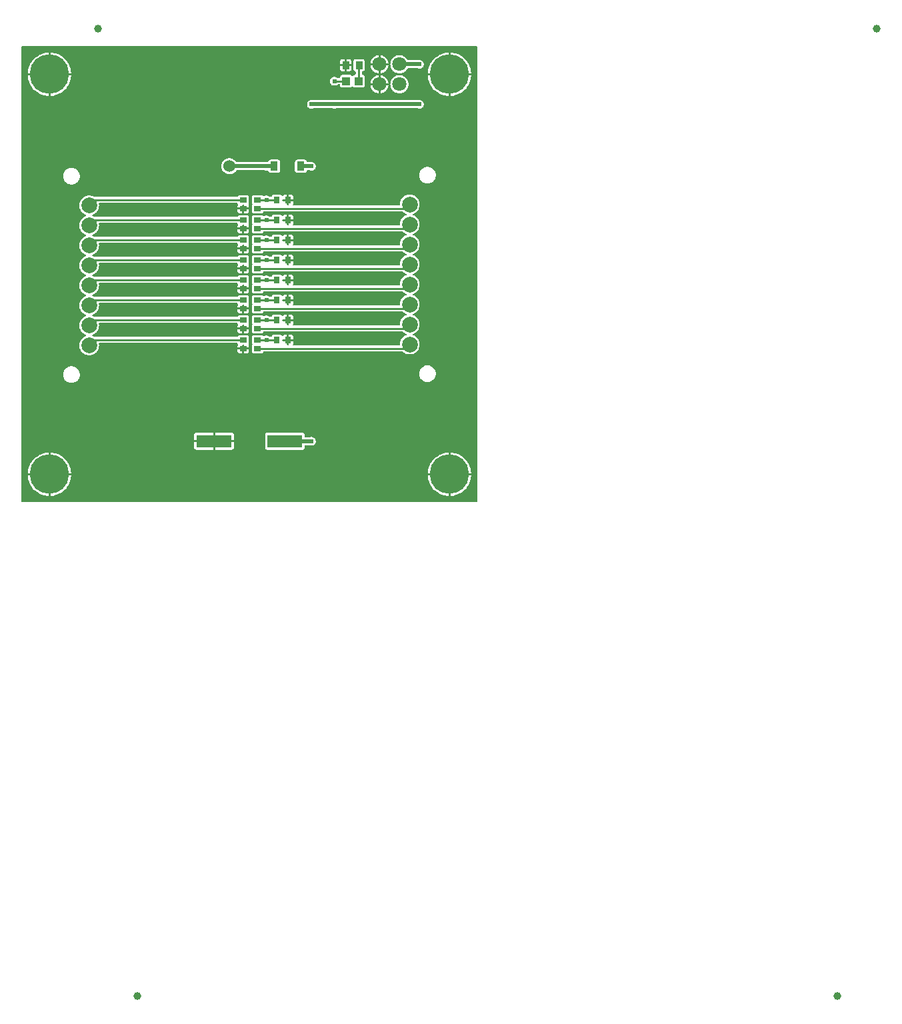
<source format=gtl>
G04 Layer: TopLayer*
G04 Panelize: V-CUT, Column: 2, Row: 2, Board Size: 58.42mm x 58.42mm, Panelized Board Size: 118.84mm x 118.84mm*
G04 EasyEDA v6.5.32, 2023-07-25 17:18:32*
G04 beba70979ac64995a7ec55152f614d26,5a6b42c53f6a479593ecc07194224c93,10*
G04 Gerber Generator version 0.2*
G04 Scale: 100 percent, Rotated: No, Reflected: No *
G04 Dimensions in millimeters *
G04 leading zeros omitted , absolute positions ,4 integer and 5 decimal *
%FSLAX45Y45*%
%MOMM*%

%ADD10C,0.2540*%
%ADD11C,0.5000*%
%ADD12R,0.9000X0.7000*%
%ADD13R,1.0000X1.1000*%
%ADD14R,0.8999X1.0000*%
%ADD15R,0.8000X0.9000*%
%ADD16R,4.5000X1.6500*%
%ADD17R,0.9500X1.1500*%
%ADD18C,1.0000*%
%ADD19C,5.0000*%
%ADD20C,2.0000*%
%ADD21C,1.8000*%
%ADD22C,1.5240*%
%ADD23C,0.6096*%
%ADD24C,0.0124*%

%LPD*%
G36*
X5805932Y25908D02*
G01*
X36068Y26416D01*
X32156Y27178D01*
X28905Y29362D01*
X26670Y32664D01*
X25908Y36576D01*
X25908Y5805932D01*
X26670Y5809843D01*
X28905Y5813094D01*
X32156Y5815330D01*
X36068Y5816092D01*
X5805932Y5816092D01*
X5809843Y5815330D01*
X5813094Y5813094D01*
X5815330Y5809843D01*
X5816092Y5805932D01*
X5816092Y36068D01*
X5815330Y32207D01*
X5813094Y28905D01*
X5809843Y26670D01*
G37*

%LPC*%
G36*
X2797759Y3186074D02*
G01*
X2829509Y3186074D01*
X2829509Y3234283D01*
X2771292Y3234283D01*
X2771292Y3212592D01*
X2772003Y3206242D01*
X2773934Y3200806D01*
X2776982Y3195878D01*
X2781096Y3191814D01*
X2785973Y3188716D01*
X2791460Y3186785D01*
G37*
G36*
X393700Y105562D02*
G01*
X398322Y105664D01*
X421284Y108051D01*
X443992Y112369D01*
X466242Y118618D01*
X487934Y126644D01*
X508812Y136499D01*
X528828Y148031D01*
X547827Y161239D01*
X565607Y175971D01*
X582117Y192125D01*
X597204Y209600D01*
X610819Y228295D01*
X622757Y248107D01*
X633018Y268782D01*
X641553Y290271D01*
X648208Y312369D01*
X653034Y334975D01*
X655929Y357936D01*
X656336Y368300D01*
X393700Y368300D01*
G37*
G36*
X5448300Y105613D02*
G01*
X5448300Y368300D01*
X5185410Y368300D01*
X5187289Y346405D01*
X5191150Y323646D01*
X5196890Y301244D01*
X5204460Y279450D01*
X5213858Y258317D01*
X5224983Y238099D01*
X5237784Y218846D01*
X5252161Y200710D01*
X5267960Y183896D01*
X5285130Y168402D01*
X5303520Y154432D01*
X5323027Y142087D01*
X5343499Y131368D01*
X5364835Y122428D01*
X5386781Y115265D01*
X5409285Y109982D01*
X5432145Y106629D01*
G37*
G36*
X368300Y105613D02*
G01*
X368300Y368300D01*
X105410Y368300D01*
X107289Y346405D01*
X111150Y323646D01*
X116890Y301244D01*
X124460Y279450D01*
X133858Y258317D01*
X144983Y238099D01*
X157784Y218846D01*
X172161Y200710D01*
X187960Y183896D01*
X205130Y168402D01*
X223520Y154432D01*
X243027Y142087D01*
X263499Y131368D01*
X284835Y122428D01*
X306781Y115265D01*
X329285Y109982D01*
X352145Y106629D01*
G37*
G36*
X393700Y393700D02*
G01*
X656336Y393700D01*
X655929Y404063D01*
X653034Y427024D01*
X648208Y449630D01*
X641553Y471728D01*
X633018Y493217D01*
X622757Y513892D01*
X610819Y533704D01*
X597204Y552348D01*
X582117Y569874D01*
X565607Y586028D01*
X547827Y600760D01*
X528828Y613968D01*
X508812Y625500D01*
X487934Y635355D01*
X466242Y643382D01*
X443992Y649630D01*
X421284Y653948D01*
X398322Y656336D01*
X393700Y656437D01*
G37*
G36*
X5473700Y393700D02*
G01*
X5736336Y393700D01*
X5735929Y404063D01*
X5733034Y427024D01*
X5728208Y449630D01*
X5721553Y471728D01*
X5713018Y493217D01*
X5702757Y513892D01*
X5690819Y533704D01*
X5677204Y552348D01*
X5662117Y569874D01*
X5645607Y586028D01*
X5627827Y600760D01*
X5608828Y613968D01*
X5588812Y625500D01*
X5567934Y635355D01*
X5546242Y643382D01*
X5523992Y649630D01*
X5501284Y653948D01*
X5478322Y656336D01*
X5473700Y656437D01*
G37*
G36*
X5185410Y393700D02*
G01*
X5448300Y393700D01*
X5448300Y656386D01*
X5432145Y655370D01*
X5409285Y652018D01*
X5386781Y646734D01*
X5364835Y639572D01*
X5343499Y630631D01*
X5323027Y619912D01*
X5303520Y607568D01*
X5285130Y593598D01*
X5267960Y578104D01*
X5252161Y561289D01*
X5237784Y543153D01*
X5224983Y523900D01*
X5213858Y503682D01*
X5204460Y482549D01*
X5196890Y460756D01*
X5191150Y438353D01*
X5187289Y415594D01*
G37*
G36*
X105410Y393700D02*
G01*
X368300Y393700D01*
X368300Y656386D01*
X352145Y655370D01*
X329285Y652018D01*
X306781Y646734D01*
X284835Y639572D01*
X263499Y630631D01*
X243027Y619912D01*
X223520Y607568D01*
X205130Y593598D01*
X187960Y578104D01*
X172161Y561289D01*
X157784Y543153D01*
X144983Y523900D01*
X133858Y503682D01*
X124460Y482549D01*
X116890Y460756D01*
X111150Y438353D01*
X107289Y415594D01*
G37*
G36*
X2483713Y691692D02*
G01*
X2695448Y691692D01*
X2701747Y692404D01*
X2707233Y694334D01*
X2712110Y697382D01*
X2716225Y701497D01*
X2719273Y706374D01*
X2721203Y711860D01*
X2721914Y718159D01*
X2721914Y787400D01*
X2483713Y787400D01*
G37*
G36*
X2246579Y691692D02*
G01*
X2458313Y691692D01*
X2458313Y787400D01*
X2220112Y787400D01*
X2220112Y718159D01*
X2220823Y711860D01*
X2222703Y706374D01*
X2225802Y701497D01*
X2229866Y697382D01*
X2234793Y694334D01*
X2240229Y692404D01*
G37*
G36*
X3146552Y691692D02*
G01*
X3595420Y691692D01*
X3601770Y692404D01*
X3607206Y694334D01*
X3612134Y697382D01*
X3616198Y701497D01*
X3619296Y706374D01*
X3621176Y711860D01*
X3621887Y718159D01*
X3621887Y739038D01*
X3622700Y742899D01*
X3624884Y746201D01*
X3628186Y748436D01*
X3632047Y749198D01*
X3682492Y749198D01*
X3686810Y748233D01*
X3689146Y747166D01*
X3698595Y744626D01*
X3708400Y743762D01*
X3718204Y744626D01*
X3727653Y747166D01*
X3736594Y751281D01*
X3744620Y756920D01*
X3751579Y763879D01*
X3757218Y771906D01*
X3761333Y780846D01*
X3763873Y790295D01*
X3764737Y800100D01*
X3763873Y809904D01*
X3761333Y819353D01*
X3757218Y828294D01*
X3751579Y836320D01*
X3744620Y843280D01*
X3736594Y848918D01*
X3727653Y853033D01*
X3718204Y855573D01*
X3708400Y856437D01*
X3698595Y855573D01*
X3689146Y853033D01*
X3686810Y851966D01*
X3682492Y851001D01*
X3632047Y851001D01*
X3628186Y851763D01*
X3624884Y853998D01*
X3622700Y857300D01*
X3621887Y861161D01*
X3621887Y882040D01*
X3621176Y888339D01*
X3619296Y893826D01*
X3616198Y898702D01*
X3612134Y902817D01*
X3607206Y905865D01*
X3601770Y907796D01*
X3595420Y908507D01*
X3146552Y908507D01*
X3140252Y907796D01*
X3134766Y905865D01*
X3129889Y902817D01*
X3125774Y898702D01*
X3122726Y893826D01*
X3120796Y888339D01*
X3120085Y882040D01*
X3120085Y718159D01*
X3120796Y711860D01*
X3122726Y706374D01*
X3125774Y701497D01*
X3129889Y697382D01*
X3134766Y694334D01*
X3140252Y692404D01*
G37*
G36*
X4456887Y5600700D02*
G01*
X4559300Y5600700D01*
X4559300Y5702960D01*
X4550308Y5701842D01*
X4536186Y5698236D01*
X4522673Y5692851D01*
X4509922Y5685840D01*
X4498136Y5677306D01*
X4487519Y5667349D01*
X4478223Y5656122D01*
X4470450Y5643829D01*
X4464253Y5630672D01*
X4459732Y5616803D01*
X4457039Y5602528D01*
G37*
G36*
X2483713Y812800D02*
G01*
X2721914Y812800D01*
X2721914Y882040D01*
X2721203Y888339D01*
X2719273Y893826D01*
X2716225Y898702D01*
X2712110Y902817D01*
X2707233Y905865D01*
X2701747Y907796D01*
X2695448Y908507D01*
X2483713Y908507D01*
G37*
G36*
X2220112Y812800D02*
G01*
X2458313Y812800D01*
X2458313Y908507D01*
X2246579Y908507D01*
X2240229Y907796D01*
X2234793Y905865D01*
X2229866Y902817D01*
X2225802Y898702D01*
X2222703Y893826D01*
X2220823Y888339D01*
X2220112Y882040D01*
G37*
G36*
X4584700Y5600700D02*
G01*
X4687112Y5600700D01*
X4686960Y5602528D01*
X4684268Y5616803D01*
X4679746Y5630672D01*
X4673549Y5643829D01*
X4665776Y5656122D01*
X4656480Y5667349D01*
X4645863Y5677306D01*
X4634077Y5685840D01*
X4621326Y5692851D01*
X4607814Y5698236D01*
X4593691Y5701842D01*
X4584700Y5702960D01*
G37*
G36*
X660400Y1539900D02*
G01*
X674217Y1540814D01*
X687781Y1543507D01*
X700938Y1547977D01*
X713333Y1554073D01*
X724865Y1561795D01*
X735279Y1570939D01*
X744423Y1581353D01*
X752094Y1592834D01*
X758240Y1605280D01*
X762660Y1618386D01*
X765403Y1631950D01*
X766267Y1645818D01*
X765403Y1659636D01*
X762660Y1673199D01*
X758240Y1686306D01*
X752094Y1698752D01*
X744423Y1710232D01*
X735279Y1720646D01*
X724865Y1729790D01*
X713333Y1737512D01*
X700938Y1743608D01*
X687781Y1748078D01*
X674217Y1750771D01*
X660400Y1751685D01*
X646582Y1750771D01*
X633018Y1748078D01*
X619861Y1743608D01*
X607466Y1737512D01*
X595934Y1729790D01*
X585520Y1720646D01*
X576376Y1710232D01*
X568706Y1698752D01*
X562559Y1686306D01*
X558139Y1673199D01*
X555396Y1659636D01*
X554532Y1645818D01*
X555396Y1631950D01*
X558139Y1618386D01*
X562559Y1605280D01*
X568706Y1592834D01*
X576376Y1581353D01*
X585520Y1570939D01*
X595934Y1561795D01*
X607466Y1554073D01*
X619861Y1547977D01*
X633018Y1543507D01*
X646582Y1540814D01*
G37*
G36*
X5181600Y1551686D02*
G01*
X5195417Y1552600D01*
X5208981Y1555292D01*
X5222138Y1559763D01*
X5234533Y1565910D01*
X5246065Y1573580D01*
X5256479Y1582724D01*
X5265623Y1593138D01*
X5273294Y1604670D01*
X5279440Y1617065D01*
X5283860Y1630172D01*
X5286603Y1643786D01*
X5287467Y1657604D01*
X5286603Y1671421D01*
X5283860Y1684985D01*
X5279440Y1698142D01*
X5273294Y1710537D01*
X5265623Y1722069D01*
X5256479Y1732483D01*
X5246065Y1741576D01*
X5234533Y1749298D01*
X5222138Y1755444D01*
X5208981Y1759864D01*
X5195417Y1762556D01*
X5181600Y1763471D01*
X5167782Y1762556D01*
X5154218Y1759864D01*
X5141061Y1755444D01*
X5128666Y1749298D01*
X5117134Y1741576D01*
X5106720Y1732483D01*
X5097576Y1722069D01*
X5089906Y1710537D01*
X5083759Y1698142D01*
X5079339Y1684985D01*
X5076596Y1671421D01*
X5075732Y1657604D01*
X5076596Y1643786D01*
X5079339Y1630172D01*
X5083759Y1617065D01*
X5089906Y1604670D01*
X5097576Y1593138D01*
X5106720Y1582724D01*
X5117134Y1573580D01*
X5128666Y1565910D01*
X5141061Y1559763D01*
X5154218Y1555292D01*
X5167782Y1552600D01*
G37*
G36*
X885393Y1891538D02*
G01*
X900582Y1892452D01*
X915517Y1895195D01*
X930046Y1899716D01*
X943914Y1905914D01*
X956919Y1913788D01*
X968908Y1923186D01*
X979627Y1933905D01*
X989025Y1945893D01*
X996899Y1958898D01*
X1003096Y1972767D01*
X1007618Y1987296D01*
X1010361Y2002231D01*
X1011275Y2017420D01*
X1010361Y2032558D01*
X1009700Y2036419D01*
X1009853Y2040788D01*
X1011885Y2044750D01*
X1015339Y2047443D01*
X1019657Y2048408D01*
X2764028Y2048408D01*
X2768092Y2047544D01*
X2771495Y2045157D01*
X2776016Y2037435D01*
X2777439Y2033879D01*
X2777439Y2030120D01*
X2776016Y2026615D01*
X2773934Y2023211D01*
X2772003Y2017775D01*
X2771292Y2011425D01*
X2771292Y1989683D01*
X2829509Y1989683D01*
X2829509Y2015947D01*
X2830271Y2019807D01*
X2832455Y2023110D01*
X2835757Y2025345D01*
X2839669Y2026107D01*
X2844749Y2026107D01*
X2848610Y2025345D01*
X2851912Y2023110D01*
X2854147Y2019807D01*
X2854909Y2015947D01*
X2854909Y1989683D01*
X2913126Y1989683D01*
X2913126Y2011425D01*
X2912414Y2017775D01*
X2910484Y2023211D01*
X2908350Y2026615D01*
X2906979Y2030120D01*
X2906979Y2033879D01*
X2908350Y2037435D01*
X2910484Y2040788D01*
X2912414Y2046274D01*
X2913126Y2052574D01*
X2913126Y2121458D01*
X2912414Y2127758D01*
X2910484Y2133244D01*
X2907385Y2138121D01*
X2903321Y2142236D01*
X2898394Y2145284D01*
X2892958Y2147214D01*
X2886608Y2147925D01*
X2797759Y2147925D01*
X2791460Y2147214D01*
X2785973Y2145284D01*
X2781096Y2142236D01*
X2776982Y2138121D01*
X2771495Y2128875D01*
X2768092Y2126437D01*
X2764028Y2125624D01*
X950315Y2125624D01*
X947318Y2126843D01*
X943914Y2128875D01*
X929995Y2135124D01*
X926846Y2137359D01*
X924712Y2140610D01*
X924001Y2144420D01*
X924712Y2148179D01*
X926846Y2151430D01*
X929995Y2153666D01*
X943914Y2159914D01*
X956919Y2167788D01*
X968908Y2177186D01*
X979627Y2187905D01*
X989025Y2199894D01*
X996899Y2212898D01*
X1003096Y2226767D01*
X1007618Y2241296D01*
X1010361Y2256231D01*
X1011275Y2271420D01*
X1010361Y2286558D01*
X1009700Y2290419D01*
X1009853Y2294788D01*
X1011885Y2298750D01*
X1015339Y2301443D01*
X1019657Y2302408D01*
X2764028Y2302408D01*
X2768092Y2301544D01*
X2771495Y2299157D01*
X2776016Y2291435D01*
X2777439Y2287879D01*
X2777439Y2284120D01*
X2776016Y2280615D01*
X2773934Y2277211D01*
X2772003Y2271776D01*
X2771292Y2265426D01*
X2771292Y2243683D01*
X2829509Y2243683D01*
X2829509Y2269947D01*
X2830271Y2273808D01*
X2832455Y2277110D01*
X2835757Y2279345D01*
X2839669Y2280107D01*
X2844749Y2280107D01*
X2848610Y2279345D01*
X2851912Y2277110D01*
X2854147Y2273808D01*
X2854909Y2269947D01*
X2854909Y2243683D01*
X2913126Y2243683D01*
X2913126Y2265426D01*
X2912414Y2271776D01*
X2910484Y2277211D01*
X2908350Y2280615D01*
X2906979Y2284120D01*
X2906979Y2287879D01*
X2908350Y2291435D01*
X2910484Y2294788D01*
X2912414Y2300274D01*
X2913126Y2306574D01*
X2913126Y2375458D01*
X2912414Y2381758D01*
X2910484Y2387244D01*
X2907385Y2392121D01*
X2903321Y2396236D01*
X2898394Y2399284D01*
X2892958Y2401214D01*
X2886608Y2401925D01*
X2797759Y2401925D01*
X2791460Y2401214D01*
X2785973Y2399284D01*
X2781096Y2396236D01*
X2776982Y2392121D01*
X2771495Y2382875D01*
X2768092Y2380437D01*
X2764028Y2379624D01*
X950315Y2379624D01*
X947318Y2380843D01*
X943914Y2382875D01*
X929995Y2389124D01*
X926846Y2391359D01*
X924712Y2394610D01*
X924001Y2398420D01*
X924712Y2402179D01*
X926846Y2405430D01*
X929995Y2407666D01*
X943914Y2413914D01*
X956919Y2421788D01*
X968908Y2431186D01*
X979627Y2441905D01*
X989025Y2453894D01*
X996899Y2466898D01*
X1003096Y2480767D01*
X1007618Y2495296D01*
X1010361Y2510231D01*
X1011275Y2525420D01*
X1010361Y2540558D01*
X1009700Y2544419D01*
X1009853Y2548788D01*
X1011885Y2552750D01*
X1015339Y2555443D01*
X1019657Y2556408D01*
X2764028Y2556408D01*
X2768092Y2555544D01*
X2771495Y2553157D01*
X2776016Y2545435D01*
X2777439Y2541879D01*
X2777439Y2538120D01*
X2776016Y2534615D01*
X2773934Y2531211D01*
X2772003Y2525776D01*
X2771292Y2519426D01*
X2771292Y2497683D01*
X2829509Y2497683D01*
X2829509Y2523947D01*
X2830271Y2527808D01*
X2832455Y2531110D01*
X2835757Y2533345D01*
X2839669Y2534107D01*
X2844749Y2534107D01*
X2848610Y2533345D01*
X2851912Y2531110D01*
X2854147Y2527808D01*
X2854909Y2523947D01*
X2854909Y2497683D01*
X2913126Y2497683D01*
X2913126Y2519426D01*
X2912414Y2525776D01*
X2910484Y2531211D01*
X2908350Y2534615D01*
X2906979Y2538120D01*
X2906979Y2541879D01*
X2908350Y2545435D01*
X2910484Y2548788D01*
X2912414Y2554274D01*
X2913126Y2560574D01*
X2913126Y2629458D01*
X2912414Y2635758D01*
X2910484Y2641244D01*
X2907385Y2646121D01*
X2903321Y2650236D01*
X2898394Y2653284D01*
X2892958Y2655214D01*
X2886608Y2655925D01*
X2797759Y2655925D01*
X2791460Y2655214D01*
X2785973Y2653284D01*
X2781096Y2650236D01*
X2776982Y2646121D01*
X2771495Y2636875D01*
X2768092Y2634437D01*
X2764028Y2633624D01*
X950315Y2633624D01*
X947318Y2634843D01*
X943914Y2636875D01*
X929995Y2643124D01*
X926846Y2645359D01*
X924712Y2648610D01*
X924001Y2652420D01*
X924712Y2656179D01*
X926846Y2659430D01*
X929995Y2661666D01*
X943914Y2667914D01*
X956919Y2675788D01*
X968908Y2685186D01*
X979627Y2695905D01*
X989025Y2707894D01*
X996899Y2720898D01*
X1003096Y2734767D01*
X1007618Y2749296D01*
X1010361Y2764231D01*
X1011275Y2779420D01*
X1010361Y2794558D01*
X1009700Y2798419D01*
X1009853Y2802788D01*
X1011885Y2806750D01*
X1015339Y2809443D01*
X1019657Y2810408D01*
X2764028Y2810408D01*
X2768092Y2809544D01*
X2771495Y2807157D01*
X2776016Y2799435D01*
X2777439Y2795879D01*
X2777439Y2792120D01*
X2776016Y2788615D01*
X2773934Y2785211D01*
X2772003Y2779776D01*
X2771292Y2773426D01*
X2771292Y2751683D01*
X2829509Y2751683D01*
X2829509Y2777947D01*
X2830271Y2781808D01*
X2832455Y2785110D01*
X2835757Y2787345D01*
X2839669Y2788107D01*
X2844749Y2788107D01*
X2848610Y2787345D01*
X2851912Y2785110D01*
X2854147Y2781808D01*
X2854909Y2777947D01*
X2854909Y2751683D01*
X2913126Y2751683D01*
X2913126Y2773426D01*
X2912414Y2779776D01*
X2910484Y2785211D01*
X2908350Y2788615D01*
X2906979Y2792120D01*
X2906979Y2795879D01*
X2908350Y2799435D01*
X2910484Y2802788D01*
X2912414Y2808274D01*
X2913126Y2814574D01*
X2913126Y2883458D01*
X2912414Y2889758D01*
X2910484Y2895244D01*
X2907385Y2900121D01*
X2903321Y2904236D01*
X2898394Y2907284D01*
X2892958Y2909214D01*
X2886608Y2909925D01*
X2797759Y2909925D01*
X2791460Y2909214D01*
X2785973Y2907284D01*
X2781096Y2904236D01*
X2776982Y2900121D01*
X2771495Y2890875D01*
X2768092Y2888437D01*
X2764028Y2887624D01*
X950315Y2887624D01*
X947318Y2888843D01*
X943914Y2890875D01*
X929995Y2897124D01*
X926846Y2899359D01*
X924712Y2902610D01*
X924001Y2906420D01*
X924712Y2910179D01*
X926846Y2913430D01*
X929995Y2915666D01*
X943914Y2921914D01*
X956919Y2929788D01*
X968908Y2939186D01*
X979627Y2949905D01*
X989025Y2961894D01*
X996899Y2974898D01*
X1003096Y2988767D01*
X1007618Y3003296D01*
X1010361Y3018231D01*
X1011275Y3033420D01*
X1010361Y3048558D01*
X1009700Y3052419D01*
X1009853Y3056788D01*
X1011885Y3060750D01*
X1015339Y3063443D01*
X1019657Y3064408D01*
X2764028Y3064408D01*
X2768092Y3063544D01*
X2771495Y3061157D01*
X2776016Y3053435D01*
X2777439Y3049879D01*
X2777439Y3046120D01*
X2776016Y3042615D01*
X2773934Y3039211D01*
X2772003Y3033776D01*
X2771292Y3027426D01*
X2771292Y3005683D01*
X2829509Y3005683D01*
X2829509Y3031947D01*
X2830271Y3035808D01*
X2832455Y3039110D01*
X2835757Y3041345D01*
X2839669Y3042107D01*
X2844749Y3042107D01*
X2848610Y3041345D01*
X2851912Y3039110D01*
X2854147Y3035808D01*
X2854909Y3031947D01*
X2854909Y3005683D01*
X2913126Y3005683D01*
X2913126Y3027426D01*
X2912414Y3033776D01*
X2910484Y3039211D01*
X2908350Y3042615D01*
X2906979Y3046120D01*
X2906979Y3049879D01*
X2908350Y3053435D01*
X2910484Y3056788D01*
X2912414Y3062274D01*
X2913126Y3068574D01*
X2913126Y3137458D01*
X2912414Y3143758D01*
X2910484Y3149244D01*
X2907385Y3154121D01*
X2903321Y3158236D01*
X2898394Y3161284D01*
X2892958Y3163214D01*
X2886608Y3163925D01*
X2797759Y3163925D01*
X2791460Y3163214D01*
X2785973Y3161284D01*
X2781096Y3158236D01*
X2776982Y3154121D01*
X2771495Y3144875D01*
X2768092Y3142437D01*
X2764028Y3141624D01*
X950315Y3141624D01*
X947318Y3142843D01*
X943914Y3144875D01*
X929995Y3151124D01*
X926846Y3153359D01*
X924712Y3156610D01*
X924001Y3160420D01*
X924712Y3164179D01*
X926846Y3167430D01*
X929995Y3169666D01*
X943914Y3175914D01*
X956919Y3183788D01*
X968908Y3193186D01*
X979627Y3203905D01*
X989025Y3215894D01*
X996899Y3228898D01*
X1003096Y3242767D01*
X1007618Y3257296D01*
X1010361Y3272231D01*
X1011275Y3287420D01*
X1010361Y3302558D01*
X1009700Y3306419D01*
X1009853Y3310788D01*
X1011885Y3314750D01*
X1015339Y3317443D01*
X1019657Y3318408D01*
X2764028Y3318408D01*
X2768092Y3317544D01*
X2771495Y3315157D01*
X2776016Y3307435D01*
X2777439Y3303879D01*
X2777439Y3300120D01*
X2776016Y3296615D01*
X2773934Y3293211D01*
X2772003Y3287776D01*
X2771292Y3281426D01*
X2771292Y3259683D01*
X2829509Y3259683D01*
X2829509Y3285947D01*
X2830271Y3289808D01*
X2832455Y3293110D01*
X2835757Y3295345D01*
X2839669Y3296107D01*
X2844749Y3296107D01*
X2848610Y3295345D01*
X2851912Y3293110D01*
X2854147Y3289808D01*
X2854909Y3285947D01*
X2854909Y3259683D01*
X2913126Y3259683D01*
X2913126Y3281426D01*
X2912414Y3287776D01*
X2910484Y3293211D01*
X2908350Y3296615D01*
X2906979Y3300120D01*
X2906979Y3303879D01*
X2908350Y3307435D01*
X2910484Y3310788D01*
X2912414Y3316274D01*
X2913126Y3322574D01*
X2913126Y3391458D01*
X2912414Y3397758D01*
X2910484Y3403244D01*
X2907385Y3408121D01*
X2903321Y3412236D01*
X2898394Y3415284D01*
X2892958Y3417214D01*
X2886608Y3417925D01*
X2797759Y3417925D01*
X2791460Y3417214D01*
X2785973Y3415284D01*
X2781096Y3412236D01*
X2776982Y3408121D01*
X2771495Y3398875D01*
X2768092Y3396437D01*
X2764028Y3395624D01*
X950315Y3395624D01*
X947318Y3396843D01*
X943914Y3398875D01*
X929995Y3405124D01*
X926846Y3407359D01*
X924712Y3410610D01*
X924001Y3414420D01*
X924712Y3418179D01*
X926846Y3421430D01*
X929995Y3423665D01*
X943914Y3429914D01*
X956919Y3437788D01*
X968908Y3447186D01*
X979627Y3457905D01*
X989025Y3469894D01*
X996899Y3482898D01*
X1003096Y3496767D01*
X1007618Y3511296D01*
X1010361Y3526231D01*
X1011275Y3541420D01*
X1010361Y3556558D01*
X1009700Y3560419D01*
X1009853Y3564788D01*
X1011885Y3568750D01*
X1015339Y3571443D01*
X1019657Y3572408D01*
X2764028Y3572408D01*
X2768092Y3571544D01*
X2771495Y3569157D01*
X2776016Y3561435D01*
X2777439Y3557879D01*
X2777439Y3554120D01*
X2776016Y3550615D01*
X2773934Y3547211D01*
X2772003Y3541776D01*
X2771292Y3535426D01*
X2771292Y3513683D01*
X2829509Y3513683D01*
X2829509Y3539947D01*
X2830271Y3543808D01*
X2832455Y3547110D01*
X2835757Y3549345D01*
X2839669Y3550107D01*
X2844749Y3550107D01*
X2848610Y3549345D01*
X2851912Y3547110D01*
X2854147Y3543808D01*
X2854909Y3539947D01*
X2854909Y3513683D01*
X2913126Y3513683D01*
X2913126Y3535426D01*
X2912414Y3541776D01*
X2910484Y3547211D01*
X2908350Y3550615D01*
X2906979Y3554120D01*
X2906979Y3557879D01*
X2908350Y3561435D01*
X2910484Y3564788D01*
X2912414Y3570274D01*
X2913126Y3576574D01*
X2913126Y3645458D01*
X2912414Y3651758D01*
X2910484Y3657244D01*
X2907385Y3662121D01*
X2903321Y3666236D01*
X2898394Y3669284D01*
X2892958Y3671214D01*
X2886608Y3671925D01*
X2797759Y3671925D01*
X2791460Y3671214D01*
X2785973Y3669284D01*
X2781096Y3666236D01*
X2776982Y3662121D01*
X2771495Y3652875D01*
X2768092Y3650437D01*
X2764028Y3649624D01*
X950315Y3649624D01*
X947318Y3650843D01*
X943914Y3652875D01*
X929995Y3659124D01*
X926846Y3661359D01*
X924712Y3664610D01*
X924001Y3668420D01*
X924712Y3672179D01*
X926846Y3675430D01*
X929995Y3677665D01*
X943914Y3683914D01*
X956919Y3691788D01*
X968908Y3701186D01*
X979627Y3711905D01*
X989025Y3723894D01*
X996899Y3736898D01*
X1003096Y3750767D01*
X1007618Y3765296D01*
X1010361Y3780231D01*
X1011275Y3795420D01*
X1010361Y3810558D01*
X1009700Y3814368D01*
X1009853Y3818788D01*
X1011885Y3822750D01*
X1015390Y3825443D01*
X1019657Y3826357D01*
X2764028Y3826357D01*
X2768092Y3825544D01*
X2771495Y3823157D01*
X2776016Y3815435D01*
X2777439Y3811879D01*
X2777439Y3808120D01*
X2776016Y3804615D01*
X2773934Y3801211D01*
X2772003Y3795776D01*
X2771292Y3789426D01*
X2771292Y3767683D01*
X2829509Y3767683D01*
X2829509Y3793947D01*
X2830271Y3797808D01*
X2832455Y3801110D01*
X2835757Y3803345D01*
X2839669Y3804107D01*
X2844749Y3804107D01*
X2848610Y3803345D01*
X2851912Y3801110D01*
X2854147Y3797808D01*
X2854909Y3793947D01*
X2854909Y3767683D01*
X2913126Y3767683D01*
X2913126Y3789426D01*
X2912414Y3795776D01*
X2910484Y3801211D01*
X2908350Y3804615D01*
X2906979Y3808120D01*
X2906979Y3811879D01*
X2908350Y3815435D01*
X2910484Y3818788D01*
X2912414Y3824274D01*
X2913126Y3830574D01*
X2913126Y3899458D01*
X2912414Y3905758D01*
X2910484Y3911244D01*
X2907385Y3916121D01*
X2903321Y3920236D01*
X2898394Y3923284D01*
X2892958Y3925214D01*
X2886608Y3925925D01*
X2797759Y3925925D01*
X2791460Y3925214D01*
X2785973Y3923284D01*
X2781096Y3920236D01*
X2776982Y3916121D01*
X2771495Y3906824D01*
X2768092Y3904437D01*
X2764028Y3903573D01*
X950315Y3903624D01*
X947318Y3904843D01*
X943914Y3906875D01*
X930046Y3913124D01*
X915517Y3917645D01*
X900582Y3920388D01*
X885393Y3921302D01*
X870254Y3920388D01*
X855268Y3917645D01*
X840790Y3913124D01*
X826922Y3906875D01*
X813917Y3899001D01*
X801928Y3889654D01*
X791159Y3878884D01*
X781812Y3866896D01*
X773938Y3853891D01*
X767689Y3840022D01*
X763168Y3825544D01*
X760425Y3810558D01*
X759510Y3795420D01*
X760425Y3780231D01*
X763168Y3765296D01*
X767689Y3750767D01*
X773938Y3736898D01*
X781812Y3723894D01*
X791159Y3711905D01*
X801928Y3701186D01*
X813917Y3691788D01*
X826922Y3683914D01*
X840841Y3677665D01*
X843991Y3675430D01*
X846074Y3672179D01*
X846836Y3668420D01*
X846074Y3664610D01*
X843991Y3661359D01*
X840841Y3659124D01*
X826922Y3652875D01*
X813917Y3645001D01*
X801928Y3635654D01*
X791159Y3624884D01*
X781812Y3612896D01*
X773938Y3599891D01*
X767689Y3586022D01*
X763168Y3571544D01*
X760425Y3556558D01*
X759510Y3541420D01*
X760425Y3526231D01*
X763168Y3511296D01*
X767689Y3496767D01*
X773938Y3482898D01*
X781812Y3469894D01*
X791159Y3457905D01*
X801928Y3447186D01*
X813917Y3437788D01*
X826922Y3429914D01*
X840841Y3423665D01*
X843991Y3421430D01*
X846074Y3418179D01*
X846836Y3414420D01*
X846074Y3410610D01*
X843991Y3407359D01*
X840841Y3405124D01*
X826922Y3398875D01*
X813917Y3391001D01*
X801928Y3381654D01*
X791159Y3370884D01*
X781812Y3358896D01*
X773938Y3345891D01*
X767689Y3332022D01*
X763168Y3317544D01*
X760425Y3302558D01*
X759510Y3287420D01*
X760425Y3272231D01*
X763168Y3257296D01*
X767689Y3242767D01*
X773938Y3228898D01*
X781812Y3215894D01*
X791159Y3203905D01*
X801928Y3193186D01*
X813917Y3183788D01*
X826922Y3175914D01*
X840841Y3169666D01*
X843991Y3167430D01*
X846074Y3164179D01*
X846836Y3160420D01*
X846074Y3156610D01*
X843991Y3153359D01*
X840841Y3151124D01*
X826922Y3144875D01*
X813917Y3137001D01*
X801928Y3127654D01*
X791159Y3116884D01*
X781812Y3104896D01*
X773938Y3091891D01*
X767689Y3078022D01*
X763168Y3063544D01*
X760425Y3048558D01*
X759510Y3033420D01*
X760425Y3018231D01*
X763168Y3003296D01*
X767689Y2988767D01*
X773938Y2974898D01*
X781812Y2961894D01*
X791159Y2949905D01*
X801928Y2939186D01*
X813917Y2929788D01*
X826922Y2921914D01*
X840841Y2915666D01*
X843991Y2913430D01*
X846074Y2910179D01*
X846836Y2906420D01*
X846074Y2902610D01*
X843991Y2899359D01*
X840841Y2897124D01*
X826922Y2890875D01*
X813917Y2883001D01*
X801928Y2873654D01*
X791159Y2862884D01*
X781812Y2850896D01*
X773938Y2837891D01*
X767689Y2824022D01*
X763168Y2809544D01*
X760425Y2794558D01*
X759510Y2779420D01*
X760425Y2764231D01*
X763168Y2749296D01*
X767689Y2734767D01*
X773938Y2720898D01*
X781812Y2707894D01*
X791159Y2695905D01*
X801928Y2685186D01*
X813917Y2675788D01*
X826922Y2667914D01*
X840841Y2661666D01*
X843991Y2659430D01*
X846074Y2656179D01*
X846836Y2652420D01*
X846074Y2648610D01*
X843991Y2645359D01*
X840841Y2643124D01*
X826922Y2636875D01*
X813917Y2629001D01*
X801928Y2619654D01*
X791159Y2608884D01*
X781812Y2596896D01*
X773938Y2583891D01*
X767689Y2570022D01*
X763168Y2555544D01*
X760425Y2540558D01*
X759510Y2525420D01*
X760425Y2510231D01*
X763168Y2495296D01*
X767689Y2480767D01*
X773938Y2466898D01*
X781812Y2453894D01*
X791159Y2441905D01*
X801928Y2431186D01*
X813917Y2421788D01*
X826922Y2413914D01*
X840841Y2407666D01*
X843991Y2405430D01*
X846074Y2402179D01*
X846836Y2398420D01*
X846074Y2394610D01*
X843991Y2391359D01*
X840841Y2389124D01*
X826922Y2382875D01*
X813917Y2375001D01*
X801928Y2365654D01*
X791159Y2354884D01*
X781812Y2342896D01*
X773938Y2329891D01*
X767689Y2316022D01*
X763168Y2301544D01*
X760425Y2286558D01*
X759510Y2271420D01*
X760425Y2256231D01*
X763168Y2241296D01*
X767689Y2226767D01*
X773938Y2212898D01*
X781812Y2199894D01*
X791159Y2187905D01*
X801928Y2177186D01*
X813917Y2167788D01*
X826922Y2159914D01*
X840841Y2153666D01*
X843991Y2151430D01*
X846074Y2148179D01*
X846836Y2144420D01*
X846074Y2140610D01*
X843991Y2137359D01*
X840841Y2135124D01*
X826922Y2128875D01*
X813917Y2121001D01*
X801928Y2111654D01*
X791159Y2100884D01*
X781812Y2088896D01*
X773938Y2075891D01*
X767689Y2062022D01*
X763168Y2047544D01*
X760425Y2032558D01*
X759510Y2017420D01*
X760425Y2002231D01*
X763168Y1987296D01*
X767689Y1972767D01*
X773938Y1958898D01*
X781812Y1945893D01*
X791159Y1933905D01*
X801928Y1923186D01*
X813917Y1913788D01*
X826922Y1905914D01*
X840790Y1899716D01*
X855268Y1895195D01*
X870254Y1892452D01*
G37*
G36*
X4956606Y1903323D02*
G01*
X4971745Y1904238D01*
X4986731Y1906981D01*
X5001209Y1911502D01*
X5015077Y1917750D01*
X5028082Y1925574D01*
X5040071Y1934972D01*
X5050840Y1945741D01*
X5060188Y1957679D01*
X5068062Y1970684D01*
X5074310Y1984552D01*
X5078831Y1999081D01*
X5081574Y2014016D01*
X5082489Y2029206D01*
X5081574Y2044395D01*
X5078831Y2059330D01*
X5074310Y2073859D01*
X5068062Y2087676D01*
X5060188Y2100732D01*
X5050840Y2112670D01*
X5040071Y2123440D01*
X5028082Y2132787D01*
X5015077Y2140661D01*
X5001158Y2146909D01*
X4998008Y2149144D01*
X4995926Y2152396D01*
X4995164Y2156206D01*
X4995926Y2160016D01*
X4998008Y2163216D01*
X5001158Y2165451D01*
X5015077Y2171750D01*
X5028082Y2179574D01*
X5040071Y2188972D01*
X5050840Y2199741D01*
X5060188Y2211679D01*
X5068062Y2224684D01*
X5074310Y2238552D01*
X5078831Y2253081D01*
X5081574Y2268016D01*
X5082489Y2283206D01*
X5081574Y2298395D01*
X5078831Y2313330D01*
X5074310Y2327859D01*
X5068062Y2341676D01*
X5060188Y2354732D01*
X5050840Y2366670D01*
X5040071Y2377440D01*
X5028082Y2386787D01*
X5015077Y2394661D01*
X5001158Y2400909D01*
X4998008Y2403144D01*
X4995926Y2406396D01*
X4995164Y2410206D01*
X4995926Y2414016D01*
X4998008Y2417216D01*
X5001158Y2419451D01*
X5015077Y2425750D01*
X5028082Y2433574D01*
X5040071Y2442972D01*
X5050840Y2453741D01*
X5060188Y2465679D01*
X5068062Y2478684D01*
X5074310Y2492552D01*
X5078831Y2507081D01*
X5081574Y2522016D01*
X5082489Y2537206D01*
X5081574Y2552395D01*
X5078831Y2567330D01*
X5074310Y2581859D01*
X5068062Y2595676D01*
X5060188Y2608732D01*
X5050840Y2620670D01*
X5040071Y2631440D01*
X5028082Y2640787D01*
X5015077Y2648661D01*
X5001158Y2654909D01*
X4998008Y2657144D01*
X4995926Y2660396D01*
X4995164Y2664206D01*
X4995926Y2668016D01*
X4998008Y2671216D01*
X5001158Y2673451D01*
X5015077Y2679750D01*
X5028082Y2687574D01*
X5040071Y2696972D01*
X5050840Y2707741D01*
X5060188Y2719679D01*
X5068062Y2732684D01*
X5074310Y2746552D01*
X5078831Y2761081D01*
X5081574Y2776016D01*
X5082489Y2791206D01*
X5081574Y2806395D01*
X5078831Y2821330D01*
X5074310Y2835859D01*
X5068062Y2849676D01*
X5060188Y2862732D01*
X5050840Y2874670D01*
X5040071Y2885440D01*
X5028082Y2894787D01*
X5015077Y2902661D01*
X5001158Y2908909D01*
X4998008Y2911144D01*
X4995926Y2914396D01*
X4995164Y2918206D01*
X4995926Y2922016D01*
X4998008Y2925216D01*
X5001158Y2927451D01*
X5015077Y2933750D01*
X5028082Y2941574D01*
X5040071Y2950972D01*
X5050840Y2961741D01*
X5060188Y2973679D01*
X5068062Y2986684D01*
X5074310Y3000552D01*
X5078831Y3015081D01*
X5081574Y3030016D01*
X5082489Y3045206D01*
X5081574Y3060395D01*
X5078831Y3075330D01*
X5074310Y3089859D01*
X5068062Y3103676D01*
X5060188Y3116732D01*
X5050840Y3128670D01*
X5040071Y3139440D01*
X5028082Y3148787D01*
X5015077Y3156661D01*
X5001158Y3162909D01*
X4998008Y3165144D01*
X4995926Y3168396D01*
X4995164Y3172206D01*
X4995926Y3176016D01*
X4998008Y3179216D01*
X5001158Y3181451D01*
X5015077Y3187750D01*
X5028082Y3195574D01*
X5040071Y3204972D01*
X5050840Y3215741D01*
X5060188Y3227679D01*
X5068062Y3240684D01*
X5074310Y3254552D01*
X5078831Y3269081D01*
X5081574Y3284016D01*
X5082489Y3299206D01*
X5081574Y3314395D01*
X5078831Y3329330D01*
X5074310Y3343859D01*
X5068062Y3357676D01*
X5060188Y3370732D01*
X5050840Y3382670D01*
X5040071Y3393440D01*
X5028082Y3402787D01*
X5015077Y3410661D01*
X5001158Y3416909D01*
X4998008Y3419144D01*
X4995926Y3422396D01*
X4995164Y3426206D01*
X4995926Y3430015D01*
X4998008Y3433216D01*
X5001158Y3435451D01*
X5015077Y3441750D01*
X5028082Y3449574D01*
X5040071Y3458972D01*
X5050840Y3469741D01*
X5060188Y3481679D01*
X5068062Y3494684D01*
X5074310Y3508552D01*
X5078831Y3523081D01*
X5081574Y3538016D01*
X5082489Y3553206D01*
X5081574Y3568395D01*
X5078831Y3583330D01*
X5074310Y3597859D01*
X5068062Y3611676D01*
X5060188Y3624732D01*
X5050840Y3636670D01*
X5040071Y3647440D01*
X5028082Y3656787D01*
X5015077Y3664661D01*
X5001158Y3670909D01*
X4998008Y3673144D01*
X4995926Y3676396D01*
X4995164Y3680206D01*
X4995926Y3684015D01*
X4998008Y3687216D01*
X5001158Y3689451D01*
X5015077Y3695750D01*
X5028082Y3703574D01*
X5040071Y3712972D01*
X5050840Y3723741D01*
X5060188Y3735679D01*
X5068062Y3748684D01*
X5074310Y3762552D01*
X5078831Y3777081D01*
X5081574Y3792016D01*
X5082489Y3807206D01*
X5081574Y3822395D01*
X5078831Y3837330D01*
X5074310Y3851859D01*
X5068062Y3865676D01*
X5060188Y3878732D01*
X5050840Y3890670D01*
X5040071Y3901440D01*
X5028082Y3910787D01*
X5015077Y3918661D01*
X5001209Y3924909D01*
X4986731Y3929430D01*
X4971745Y3932174D01*
X4956606Y3933088D01*
X4941417Y3932174D01*
X4926482Y3929430D01*
X4911953Y3924909D01*
X4898085Y3918661D01*
X4885080Y3910787D01*
X4873091Y3901440D01*
X4862372Y3890670D01*
X4852974Y3878732D01*
X4845100Y3865676D01*
X4838903Y3851859D01*
X4834382Y3837330D01*
X4831638Y3822395D01*
X4830724Y3807206D01*
X4830876Y3804361D01*
X4830267Y3800297D01*
X4828133Y3796792D01*
X4824780Y3794404D01*
X4820716Y3793591D01*
X3483864Y3793591D01*
X3480054Y3794302D01*
X3476802Y3796385D01*
X3474618Y3799535D01*
X3473704Y3803294D01*
X3474262Y3807104D01*
X3475278Y3810050D01*
X3475990Y3816350D01*
X3475990Y3848100D01*
X3422802Y3848100D01*
X3422802Y3803751D01*
X3422040Y3799840D01*
X3419805Y3796588D01*
X3416503Y3794353D01*
X3412642Y3793591D01*
X3407562Y3793591D01*
X3403650Y3794353D01*
X3400348Y3796588D01*
X3398164Y3799840D01*
X3397402Y3803751D01*
X3397402Y3848100D01*
X3346196Y3848100D01*
X3342284Y3848862D01*
X3338982Y3851097D01*
X3336798Y3854348D01*
X3336036Y3858260D01*
X3336036Y3863340D01*
X3336798Y3867251D01*
X3338982Y3870502D01*
X3342284Y3872737D01*
X3346196Y3873500D01*
X3397402Y3873500D01*
X3397402Y3931716D01*
X3370681Y3931716D01*
X3364331Y3931005D01*
X3358896Y3929075D01*
X3353968Y3926027D01*
X3349904Y3921912D01*
X3348685Y3920032D01*
X3345891Y3917086D01*
X3342132Y3915460D01*
X3338068Y3915460D01*
X3334308Y3917086D01*
X3331514Y3920032D01*
X3330295Y3921912D01*
X3326231Y3926027D01*
X3321304Y3929075D01*
X3315868Y3931005D01*
X3309518Y3931716D01*
X3230676Y3931716D01*
X3224377Y3931005D01*
X3218891Y3929075D01*
X3214014Y3926027D01*
X3209899Y3921912D01*
X3206800Y3917035D01*
X3204514Y3910482D01*
X3202381Y3906926D01*
X3199028Y3904538D01*
X3195015Y3903675D01*
X3181908Y3903624D01*
X3177997Y3904386D01*
X3174695Y3906570D01*
X3173120Y3908145D01*
X3165094Y3913784D01*
X3156153Y3917950D01*
X3146704Y3920490D01*
X3136900Y3921353D01*
X3127095Y3920490D01*
X3117646Y3917950D01*
X3108706Y3913784D01*
X3105759Y3911701D01*
X3102000Y3910076D01*
X3097936Y3910076D01*
X3094177Y3911701D01*
X3091332Y3914648D01*
X3090418Y3916121D01*
X3086303Y3920236D01*
X3081426Y3923284D01*
X3075940Y3925214D01*
X3069640Y3925925D01*
X2980791Y3925925D01*
X2974441Y3925214D01*
X2969006Y3923284D01*
X2964078Y3920236D01*
X2960014Y3916121D01*
X2956915Y3911244D01*
X2954985Y3905758D01*
X2954274Y3899458D01*
X2954274Y3830574D01*
X2954985Y3824274D01*
X2956915Y3818788D01*
X2959049Y3815435D01*
X2960420Y3811879D01*
X2960420Y3808120D01*
X2959049Y3804615D01*
X2956915Y3801211D01*
X2954985Y3795776D01*
X2954274Y3789426D01*
X2954274Y3720592D01*
X2954985Y3714242D01*
X2956915Y3708806D01*
X2960014Y3703878D01*
X2964078Y3699814D01*
X2969006Y3696715D01*
X2974441Y3694785D01*
X2980791Y3694074D01*
X3069640Y3694074D01*
X3075940Y3694785D01*
X3081426Y3696715D01*
X3086303Y3699814D01*
X3090418Y3703878D01*
X3095904Y3713124D01*
X3099257Y3715512D01*
X3103321Y3716375D01*
X4865471Y3716375D01*
X4869383Y3715613D01*
X4873091Y3712972D01*
X4885080Y3703574D01*
X4898085Y3695750D01*
X4912004Y3689451D01*
X4915154Y3687216D01*
X4917287Y3684015D01*
X4917998Y3680206D01*
X4917287Y3676396D01*
X4915154Y3673144D01*
X4912004Y3670909D01*
X4898085Y3664661D01*
X4885080Y3656787D01*
X4873091Y3647440D01*
X4862372Y3636670D01*
X4852974Y3624732D01*
X4845100Y3611676D01*
X4838903Y3597859D01*
X4834382Y3583330D01*
X4831638Y3568395D01*
X4830724Y3553206D01*
X4830876Y3550361D01*
X4830267Y3546297D01*
X4828133Y3542792D01*
X4824780Y3540404D01*
X4820716Y3539591D01*
X3483864Y3539591D01*
X3480054Y3540302D01*
X3476853Y3542436D01*
X3474618Y3545535D01*
X3473704Y3549294D01*
X3474262Y3553104D01*
X3475278Y3556050D01*
X3475990Y3562350D01*
X3475990Y3594100D01*
X3422802Y3594100D01*
X3422802Y3549751D01*
X3422040Y3545890D01*
X3419805Y3542588D01*
X3416503Y3540353D01*
X3412642Y3539591D01*
X3407562Y3539591D01*
X3403650Y3540353D01*
X3400348Y3542588D01*
X3398164Y3545890D01*
X3397402Y3549751D01*
X3397402Y3594100D01*
X3346196Y3594100D01*
X3342284Y3594862D01*
X3338982Y3597097D01*
X3336798Y3600348D01*
X3336036Y3604260D01*
X3336036Y3609340D01*
X3336798Y3613200D01*
X3338982Y3616502D01*
X3342284Y3618737D01*
X3346196Y3619500D01*
X3397402Y3619500D01*
X3397402Y3677716D01*
X3370681Y3677716D01*
X3364331Y3677005D01*
X3358896Y3675075D01*
X3353968Y3672027D01*
X3349904Y3667912D01*
X3348685Y3666032D01*
X3345891Y3663086D01*
X3342132Y3661460D01*
X3338068Y3661460D01*
X3334308Y3663086D01*
X3331514Y3666032D01*
X3330295Y3667912D01*
X3326231Y3672027D01*
X3321304Y3675075D01*
X3315868Y3677005D01*
X3309518Y3677716D01*
X3230676Y3677716D01*
X3224377Y3677005D01*
X3218891Y3675075D01*
X3214014Y3672027D01*
X3209899Y3667912D01*
X3206851Y3663035D01*
X3204514Y3656482D01*
X3202432Y3652926D01*
X3199028Y3650538D01*
X3195015Y3649675D01*
X3181908Y3649624D01*
X3177997Y3650386D01*
X3174695Y3652570D01*
X3173120Y3654145D01*
X3165094Y3659784D01*
X3156153Y3663950D01*
X3146704Y3666490D01*
X3136900Y3667353D01*
X3127095Y3666490D01*
X3117646Y3663950D01*
X3108706Y3659784D01*
X3105759Y3657701D01*
X3102000Y3656076D01*
X3097936Y3656076D01*
X3094177Y3657701D01*
X3091332Y3660648D01*
X3090418Y3662121D01*
X3086303Y3666236D01*
X3081426Y3669284D01*
X3075940Y3671214D01*
X3069640Y3671925D01*
X2980791Y3671925D01*
X2974441Y3671214D01*
X2969006Y3669284D01*
X2964078Y3666236D01*
X2960014Y3662121D01*
X2956915Y3657244D01*
X2954985Y3651758D01*
X2954274Y3645458D01*
X2954274Y3576574D01*
X2954985Y3570274D01*
X2956915Y3564788D01*
X2959049Y3561435D01*
X2960420Y3557879D01*
X2960420Y3554120D01*
X2959049Y3550615D01*
X2956915Y3547211D01*
X2954985Y3541776D01*
X2954274Y3535426D01*
X2954274Y3466592D01*
X2954985Y3460242D01*
X2956915Y3454806D01*
X2960014Y3449878D01*
X2964078Y3445814D01*
X2969006Y3442715D01*
X2974441Y3440785D01*
X2980791Y3440074D01*
X3069640Y3440074D01*
X3075940Y3440785D01*
X3081426Y3442715D01*
X3086303Y3445814D01*
X3090418Y3449878D01*
X3095904Y3459124D01*
X3099308Y3461512D01*
X3103372Y3462375D01*
X4865471Y3462375D01*
X4869383Y3461613D01*
X4873091Y3458972D01*
X4885080Y3449574D01*
X4898085Y3441750D01*
X4912004Y3435451D01*
X4915154Y3433216D01*
X4917287Y3430015D01*
X4917998Y3426206D01*
X4917287Y3422396D01*
X4915154Y3419144D01*
X4912004Y3416909D01*
X4898085Y3410661D01*
X4885080Y3402787D01*
X4873091Y3393440D01*
X4862372Y3382670D01*
X4852974Y3370732D01*
X4845100Y3357676D01*
X4838903Y3343859D01*
X4834382Y3329330D01*
X4831638Y3314395D01*
X4830724Y3299206D01*
X4830876Y3296361D01*
X4830267Y3292297D01*
X4828133Y3288792D01*
X4824780Y3286404D01*
X4820716Y3285591D01*
X3483864Y3285591D01*
X3480054Y3286302D01*
X3476853Y3288436D01*
X3474618Y3291535D01*
X3473704Y3295294D01*
X3474262Y3299104D01*
X3475278Y3302050D01*
X3475990Y3308350D01*
X3475990Y3340100D01*
X3422802Y3340100D01*
X3422802Y3295751D01*
X3422040Y3291890D01*
X3419805Y3288588D01*
X3416503Y3286353D01*
X3412642Y3285591D01*
X3407562Y3285591D01*
X3403650Y3286353D01*
X3400348Y3288588D01*
X3398164Y3291890D01*
X3397402Y3295751D01*
X3397402Y3340100D01*
X3346196Y3340100D01*
X3342284Y3340862D01*
X3338982Y3343097D01*
X3336798Y3346348D01*
X3336036Y3350260D01*
X3336036Y3355340D01*
X3336798Y3359200D01*
X3338982Y3362502D01*
X3342284Y3364737D01*
X3346196Y3365500D01*
X3397402Y3365500D01*
X3397402Y3423716D01*
X3370681Y3423716D01*
X3364331Y3423005D01*
X3358896Y3421075D01*
X3353968Y3418027D01*
X3349904Y3413912D01*
X3348685Y3412032D01*
X3345891Y3409086D01*
X3342132Y3407460D01*
X3338068Y3407460D01*
X3334308Y3409086D01*
X3331514Y3412032D01*
X3330295Y3413912D01*
X3326231Y3418027D01*
X3321304Y3421075D01*
X3315868Y3423005D01*
X3309518Y3423716D01*
X3230676Y3423716D01*
X3224377Y3423005D01*
X3218891Y3421075D01*
X3214014Y3418027D01*
X3209899Y3413912D01*
X3206851Y3409035D01*
X3204514Y3402482D01*
X3202432Y3398926D01*
X3199028Y3396538D01*
X3195015Y3395675D01*
X3181908Y3395624D01*
X3177997Y3396386D01*
X3174695Y3398570D01*
X3173120Y3400145D01*
X3165094Y3405784D01*
X3156153Y3409950D01*
X3146704Y3412490D01*
X3136900Y3413353D01*
X3127095Y3412490D01*
X3117646Y3409950D01*
X3108706Y3405784D01*
X3105759Y3403701D01*
X3102000Y3402076D01*
X3097936Y3402076D01*
X3094177Y3403701D01*
X3091332Y3406648D01*
X3090418Y3408121D01*
X3086303Y3412236D01*
X3081426Y3415284D01*
X3075940Y3417214D01*
X3069640Y3417925D01*
X2980791Y3417925D01*
X2974441Y3417214D01*
X2969006Y3415284D01*
X2964078Y3412236D01*
X2960014Y3408121D01*
X2956915Y3403244D01*
X2954985Y3397758D01*
X2954274Y3391458D01*
X2954274Y3322574D01*
X2954985Y3316274D01*
X2956915Y3310788D01*
X2959049Y3307435D01*
X2960420Y3303879D01*
X2960420Y3300120D01*
X2959049Y3296615D01*
X2956915Y3293211D01*
X2954985Y3287776D01*
X2954274Y3281426D01*
X2954274Y3212592D01*
X2954985Y3206242D01*
X2956915Y3200806D01*
X2960014Y3195878D01*
X2964078Y3191814D01*
X2969006Y3188716D01*
X2974441Y3186785D01*
X2980791Y3186074D01*
X3069640Y3186074D01*
X3075940Y3186785D01*
X3081426Y3188716D01*
X3086303Y3191814D01*
X3090418Y3195878D01*
X3095904Y3205124D01*
X3099308Y3207512D01*
X3103372Y3208375D01*
X4865471Y3208375D01*
X4869383Y3207613D01*
X4873091Y3204972D01*
X4885080Y3195574D01*
X4898085Y3187750D01*
X4912004Y3181451D01*
X4915154Y3179216D01*
X4917287Y3176016D01*
X4917998Y3172206D01*
X4917287Y3168396D01*
X4915154Y3165144D01*
X4912004Y3162909D01*
X4898085Y3156661D01*
X4885080Y3148787D01*
X4873091Y3139440D01*
X4862372Y3128670D01*
X4852974Y3116732D01*
X4845100Y3103676D01*
X4838903Y3089859D01*
X4834382Y3075330D01*
X4831638Y3060395D01*
X4830724Y3045206D01*
X4830876Y3042361D01*
X4830267Y3038297D01*
X4828133Y3034792D01*
X4824780Y3032404D01*
X4820716Y3031591D01*
X3483864Y3031591D01*
X3480054Y3032302D01*
X3476853Y3034436D01*
X3474618Y3037535D01*
X3473704Y3041294D01*
X3474262Y3045104D01*
X3475278Y3048050D01*
X3475990Y3054350D01*
X3475990Y3086100D01*
X3422802Y3086100D01*
X3422802Y3041751D01*
X3422040Y3037890D01*
X3419805Y3034588D01*
X3416503Y3032353D01*
X3412642Y3031591D01*
X3407562Y3031591D01*
X3403650Y3032353D01*
X3400348Y3034588D01*
X3398164Y3037890D01*
X3397402Y3041751D01*
X3397402Y3086100D01*
X3346196Y3086100D01*
X3342284Y3086862D01*
X3338982Y3089097D01*
X3336798Y3092348D01*
X3336036Y3096260D01*
X3336036Y3101340D01*
X3336798Y3105200D01*
X3338982Y3108502D01*
X3342284Y3110738D01*
X3346196Y3111500D01*
X3397402Y3111500D01*
X3397402Y3169716D01*
X3370681Y3169716D01*
X3364331Y3169005D01*
X3358896Y3167075D01*
X3353968Y3164027D01*
X3349904Y3159912D01*
X3348685Y3158032D01*
X3345891Y3155086D01*
X3342132Y3153460D01*
X3338068Y3153460D01*
X3334308Y3155086D01*
X3331514Y3158032D01*
X3330295Y3159912D01*
X3326231Y3164027D01*
X3321304Y3167075D01*
X3315868Y3169005D01*
X3309518Y3169716D01*
X3230676Y3169716D01*
X3224377Y3169005D01*
X3218891Y3167075D01*
X3214014Y3164027D01*
X3209899Y3159912D01*
X3206851Y3155035D01*
X3204514Y3148482D01*
X3202432Y3144926D01*
X3199028Y3142538D01*
X3195015Y3141675D01*
X3181908Y3141624D01*
X3177997Y3142386D01*
X3174695Y3144570D01*
X3173120Y3146145D01*
X3165094Y3151784D01*
X3156153Y3155950D01*
X3146704Y3158490D01*
X3136900Y3159353D01*
X3127095Y3158490D01*
X3117646Y3155950D01*
X3108706Y3151784D01*
X3105759Y3149701D01*
X3102000Y3148076D01*
X3097936Y3148076D01*
X3094177Y3149701D01*
X3091332Y3152648D01*
X3090418Y3154121D01*
X3086303Y3158236D01*
X3081426Y3161284D01*
X3075940Y3163214D01*
X3069640Y3163925D01*
X2980791Y3163925D01*
X2974441Y3163214D01*
X2969006Y3161284D01*
X2964078Y3158236D01*
X2960014Y3154121D01*
X2956915Y3149244D01*
X2954985Y3143758D01*
X2954274Y3137458D01*
X2954274Y3068574D01*
X2954985Y3062274D01*
X2956915Y3056788D01*
X2959049Y3053435D01*
X2960420Y3049879D01*
X2960420Y3046120D01*
X2959049Y3042615D01*
X2956915Y3039211D01*
X2954985Y3033776D01*
X2954274Y3027426D01*
X2954274Y2958592D01*
X2954985Y2952242D01*
X2956915Y2946806D01*
X2960014Y2941878D01*
X2964078Y2937814D01*
X2969006Y2934716D01*
X2974441Y2932785D01*
X2980791Y2932074D01*
X3069640Y2932074D01*
X3075940Y2932785D01*
X3081426Y2934716D01*
X3086303Y2937814D01*
X3090418Y2941878D01*
X3095904Y2951124D01*
X3099308Y2953512D01*
X3103372Y2954375D01*
X4865471Y2954375D01*
X4869383Y2953613D01*
X4873091Y2950972D01*
X4885080Y2941574D01*
X4898085Y2933750D01*
X4912004Y2927451D01*
X4915154Y2925216D01*
X4917287Y2922016D01*
X4917998Y2918206D01*
X4917287Y2914396D01*
X4915154Y2911144D01*
X4912004Y2908909D01*
X4898085Y2902661D01*
X4885080Y2894787D01*
X4873091Y2885440D01*
X4862372Y2874670D01*
X4852974Y2862732D01*
X4845100Y2849676D01*
X4838903Y2835859D01*
X4834382Y2821330D01*
X4831638Y2806395D01*
X4830724Y2791206D01*
X4830876Y2788361D01*
X4830267Y2784297D01*
X4828133Y2780792D01*
X4824780Y2778404D01*
X4820716Y2777591D01*
X3483864Y2777591D01*
X3480054Y2778302D01*
X3476853Y2780436D01*
X3474618Y2783535D01*
X3473704Y2787294D01*
X3474262Y2791104D01*
X3475278Y2794050D01*
X3475990Y2800350D01*
X3475990Y2832100D01*
X3422802Y2832100D01*
X3422802Y2787751D01*
X3422040Y2783890D01*
X3419805Y2780588D01*
X3416503Y2778353D01*
X3412642Y2777591D01*
X3407562Y2777591D01*
X3403650Y2778353D01*
X3400348Y2780588D01*
X3398164Y2783890D01*
X3397402Y2787751D01*
X3397402Y2832100D01*
X3346196Y2832100D01*
X3342284Y2832862D01*
X3338982Y2835097D01*
X3336798Y2838348D01*
X3336036Y2842260D01*
X3336036Y2847340D01*
X3336798Y2851200D01*
X3338982Y2854502D01*
X3342284Y2856738D01*
X3346196Y2857500D01*
X3397402Y2857500D01*
X3397402Y2915716D01*
X3370681Y2915716D01*
X3364331Y2915005D01*
X3358896Y2913075D01*
X3353968Y2910027D01*
X3349904Y2905912D01*
X3348685Y2904032D01*
X3345891Y2901086D01*
X3342132Y2899460D01*
X3338068Y2899460D01*
X3334308Y2901086D01*
X3331514Y2904032D01*
X3330295Y2905912D01*
X3326231Y2910027D01*
X3321304Y2913075D01*
X3315868Y2915005D01*
X3309518Y2915716D01*
X3230676Y2915716D01*
X3224377Y2915005D01*
X3218891Y2913075D01*
X3214014Y2910027D01*
X3209899Y2905912D01*
X3206851Y2901035D01*
X3204514Y2894482D01*
X3202432Y2890926D01*
X3199028Y2888538D01*
X3195015Y2887675D01*
X3181908Y2887624D01*
X3177997Y2888386D01*
X3174695Y2890570D01*
X3173120Y2892145D01*
X3165094Y2897784D01*
X3156153Y2901950D01*
X3146704Y2904490D01*
X3136900Y2905353D01*
X3127095Y2904490D01*
X3117646Y2901950D01*
X3108706Y2897784D01*
X3105759Y2895701D01*
X3102000Y2894076D01*
X3097936Y2894076D01*
X3094177Y2895701D01*
X3091332Y2898648D01*
X3090418Y2900121D01*
X3086303Y2904236D01*
X3081426Y2907284D01*
X3075940Y2909214D01*
X3069640Y2909925D01*
X2980791Y2909925D01*
X2974441Y2909214D01*
X2969006Y2907284D01*
X2964078Y2904236D01*
X2960014Y2900121D01*
X2956915Y2895244D01*
X2954985Y2889758D01*
X2954274Y2883458D01*
X2954274Y2814574D01*
X2954985Y2808274D01*
X2956915Y2802788D01*
X2959049Y2799435D01*
X2960420Y2795879D01*
X2960420Y2792120D01*
X2959049Y2788615D01*
X2956915Y2785211D01*
X2954985Y2779776D01*
X2954274Y2773426D01*
X2954274Y2704592D01*
X2954985Y2698242D01*
X2956915Y2692806D01*
X2960014Y2687878D01*
X2964078Y2683814D01*
X2969006Y2680716D01*
X2974441Y2678785D01*
X2980791Y2678074D01*
X3069640Y2678074D01*
X3075940Y2678785D01*
X3081426Y2680716D01*
X3086303Y2683814D01*
X3090418Y2687878D01*
X3095904Y2697124D01*
X3099308Y2699512D01*
X3103372Y2700375D01*
X4865471Y2700375D01*
X4869383Y2699613D01*
X4873091Y2696972D01*
X4885080Y2687574D01*
X4898085Y2679750D01*
X4912004Y2673451D01*
X4915154Y2671216D01*
X4917287Y2668016D01*
X4917998Y2664206D01*
X4917287Y2660396D01*
X4915154Y2657144D01*
X4912004Y2654909D01*
X4898085Y2648661D01*
X4885080Y2640787D01*
X4873091Y2631440D01*
X4862372Y2620670D01*
X4852974Y2608732D01*
X4845100Y2595676D01*
X4838903Y2581859D01*
X4834382Y2567330D01*
X4831638Y2552395D01*
X4830724Y2537206D01*
X4830876Y2534361D01*
X4830267Y2530297D01*
X4828133Y2526792D01*
X4824780Y2524404D01*
X4820716Y2523591D01*
X3483864Y2523591D01*
X3480054Y2524302D01*
X3476853Y2526436D01*
X3474618Y2529535D01*
X3473704Y2533294D01*
X3474262Y2537104D01*
X3475278Y2540050D01*
X3475990Y2546350D01*
X3475990Y2578100D01*
X3422802Y2578100D01*
X3422802Y2533751D01*
X3422040Y2529890D01*
X3419805Y2526588D01*
X3416503Y2524353D01*
X3412642Y2523591D01*
X3407562Y2523591D01*
X3403650Y2524353D01*
X3400348Y2526588D01*
X3398164Y2529890D01*
X3397402Y2533751D01*
X3397402Y2578100D01*
X3346196Y2578100D01*
X3342284Y2578862D01*
X3338982Y2581097D01*
X3336798Y2584348D01*
X3336036Y2588260D01*
X3336036Y2593340D01*
X3336798Y2597200D01*
X3338982Y2600502D01*
X3342284Y2602738D01*
X3346196Y2603500D01*
X3397402Y2603500D01*
X3397402Y2661716D01*
X3370681Y2661716D01*
X3364331Y2661005D01*
X3358896Y2659075D01*
X3353968Y2656027D01*
X3349904Y2651912D01*
X3348685Y2650032D01*
X3345891Y2647086D01*
X3342132Y2645460D01*
X3338068Y2645460D01*
X3334308Y2647086D01*
X3331514Y2650032D01*
X3330295Y2651912D01*
X3326231Y2656027D01*
X3321304Y2659075D01*
X3315868Y2661005D01*
X3309518Y2661716D01*
X3230676Y2661716D01*
X3224377Y2661005D01*
X3218891Y2659075D01*
X3214014Y2656027D01*
X3209899Y2651912D01*
X3206851Y2647035D01*
X3204514Y2640482D01*
X3202432Y2636926D01*
X3199028Y2634538D01*
X3195015Y2633675D01*
X3181908Y2633624D01*
X3177997Y2634386D01*
X3174695Y2636570D01*
X3173120Y2638145D01*
X3165094Y2643784D01*
X3156153Y2647950D01*
X3146704Y2650490D01*
X3136900Y2651353D01*
X3127095Y2650490D01*
X3117646Y2647950D01*
X3108706Y2643784D01*
X3105759Y2641701D01*
X3102000Y2640076D01*
X3097936Y2640076D01*
X3094177Y2641701D01*
X3091332Y2644648D01*
X3090418Y2646121D01*
X3086303Y2650236D01*
X3081426Y2653284D01*
X3075940Y2655214D01*
X3069640Y2655925D01*
X2980791Y2655925D01*
X2974441Y2655214D01*
X2969006Y2653284D01*
X2964078Y2650236D01*
X2960014Y2646121D01*
X2956915Y2641244D01*
X2954985Y2635758D01*
X2954274Y2629458D01*
X2954274Y2560574D01*
X2954985Y2554274D01*
X2956915Y2548788D01*
X2959049Y2545435D01*
X2960420Y2541879D01*
X2960420Y2538120D01*
X2959049Y2534615D01*
X2956915Y2531211D01*
X2954985Y2525776D01*
X2954274Y2519426D01*
X2954274Y2450592D01*
X2954985Y2444242D01*
X2956915Y2438806D01*
X2960014Y2433878D01*
X2964078Y2429814D01*
X2969006Y2426716D01*
X2974441Y2424785D01*
X2980791Y2424074D01*
X3069640Y2424074D01*
X3075940Y2424785D01*
X3081426Y2426716D01*
X3086303Y2429814D01*
X3090418Y2433878D01*
X3095904Y2443124D01*
X3099308Y2445512D01*
X3103372Y2446375D01*
X4865471Y2446375D01*
X4869383Y2445613D01*
X4873091Y2442972D01*
X4885080Y2433574D01*
X4898085Y2425750D01*
X4912004Y2419451D01*
X4915154Y2417216D01*
X4917287Y2414016D01*
X4917998Y2410206D01*
X4917287Y2406396D01*
X4915154Y2403144D01*
X4912004Y2400909D01*
X4898085Y2394661D01*
X4885080Y2386787D01*
X4873091Y2377440D01*
X4862372Y2366670D01*
X4852974Y2354732D01*
X4845100Y2341676D01*
X4838903Y2327859D01*
X4834382Y2313330D01*
X4831638Y2298395D01*
X4830724Y2283206D01*
X4830876Y2280361D01*
X4830267Y2276297D01*
X4828133Y2272792D01*
X4824780Y2270404D01*
X4820716Y2269591D01*
X3483864Y2269591D01*
X3480054Y2270302D01*
X3476853Y2272436D01*
X3474618Y2275535D01*
X3473704Y2279294D01*
X3474262Y2283104D01*
X3475278Y2286050D01*
X3475990Y2292350D01*
X3475990Y2324100D01*
X3422802Y2324100D01*
X3422802Y2279751D01*
X3422040Y2275890D01*
X3419805Y2272588D01*
X3416503Y2270353D01*
X3412642Y2269591D01*
X3407562Y2269591D01*
X3403650Y2270353D01*
X3400348Y2272588D01*
X3398164Y2275890D01*
X3397402Y2279751D01*
X3397402Y2324100D01*
X3346196Y2324100D01*
X3342284Y2324862D01*
X3338982Y2327097D01*
X3336798Y2330348D01*
X3336036Y2334260D01*
X3336036Y2339340D01*
X3336798Y2343200D01*
X3338982Y2346502D01*
X3342284Y2348738D01*
X3346196Y2349500D01*
X3397402Y2349500D01*
X3397402Y2407716D01*
X3370681Y2407716D01*
X3364331Y2407005D01*
X3358896Y2405075D01*
X3353968Y2402027D01*
X3349904Y2397912D01*
X3348685Y2396032D01*
X3345891Y2393086D01*
X3342132Y2391460D01*
X3338068Y2391460D01*
X3334308Y2393086D01*
X3331514Y2396032D01*
X3330295Y2397912D01*
X3326231Y2402027D01*
X3321304Y2405075D01*
X3315868Y2407005D01*
X3309518Y2407716D01*
X3230676Y2407716D01*
X3224377Y2407005D01*
X3218891Y2405075D01*
X3214014Y2402027D01*
X3209899Y2397912D01*
X3206851Y2393035D01*
X3204514Y2386482D01*
X3202432Y2382926D01*
X3199028Y2380538D01*
X3195015Y2379675D01*
X3181908Y2379624D01*
X3177997Y2380386D01*
X3174695Y2382570D01*
X3173120Y2384145D01*
X3165094Y2389784D01*
X3156153Y2393950D01*
X3146704Y2396490D01*
X3136900Y2397353D01*
X3127095Y2396490D01*
X3117646Y2393950D01*
X3108706Y2389784D01*
X3105759Y2387701D01*
X3102000Y2386076D01*
X3097936Y2386076D01*
X3094177Y2387701D01*
X3091332Y2390648D01*
X3090418Y2392121D01*
X3086303Y2396236D01*
X3081426Y2399284D01*
X3075940Y2401214D01*
X3069640Y2401925D01*
X2980791Y2401925D01*
X2974441Y2401214D01*
X2969006Y2399284D01*
X2964078Y2396236D01*
X2960014Y2392121D01*
X2956915Y2387244D01*
X2954985Y2381758D01*
X2954274Y2375458D01*
X2954274Y2306574D01*
X2954985Y2300274D01*
X2956915Y2294788D01*
X2959049Y2291435D01*
X2960420Y2287879D01*
X2960420Y2284120D01*
X2959049Y2280615D01*
X2956915Y2277211D01*
X2954985Y2271776D01*
X2954274Y2265426D01*
X2954274Y2196592D01*
X2954985Y2190242D01*
X2956915Y2184806D01*
X2960014Y2179878D01*
X2964078Y2175814D01*
X2969006Y2172716D01*
X2974441Y2170785D01*
X2980791Y2170074D01*
X3069640Y2170074D01*
X3075940Y2170785D01*
X3081426Y2172716D01*
X3086303Y2175814D01*
X3090418Y2179878D01*
X3095904Y2189124D01*
X3099308Y2191512D01*
X3103372Y2192375D01*
X4865471Y2192375D01*
X4869383Y2191613D01*
X4873091Y2188972D01*
X4885080Y2179574D01*
X4898085Y2171750D01*
X4912004Y2165451D01*
X4915154Y2163216D01*
X4917287Y2160016D01*
X4917998Y2156206D01*
X4917287Y2152396D01*
X4915154Y2149144D01*
X4912004Y2146909D01*
X4898085Y2140661D01*
X4885080Y2132787D01*
X4873091Y2123440D01*
X4862372Y2112670D01*
X4852974Y2100732D01*
X4845100Y2087676D01*
X4838903Y2073859D01*
X4834382Y2059330D01*
X4831638Y2044395D01*
X4830724Y2029206D01*
X4830876Y2026361D01*
X4830267Y2022297D01*
X4828133Y2018792D01*
X4824780Y2016404D01*
X4820716Y2015591D01*
X3483864Y2015591D01*
X3480054Y2016302D01*
X3476853Y2018436D01*
X3474618Y2021535D01*
X3473704Y2025294D01*
X3474262Y2029104D01*
X3475278Y2032050D01*
X3475990Y2038350D01*
X3475990Y2070100D01*
X3422802Y2070100D01*
X3422802Y2025751D01*
X3422040Y2021890D01*
X3419805Y2018588D01*
X3416503Y2016353D01*
X3412642Y2015591D01*
X3407562Y2015591D01*
X3403650Y2016353D01*
X3400348Y2018588D01*
X3398164Y2021890D01*
X3397402Y2025751D01*
X3397402Y2070100D01*
X3346196Y2070100D01*
X3342284Y2070862D01*
X3338982Y2073097D01*
X3336798Y2076348D01*
X3336036Y2080260D01*
X3336036Y2085339D01*
X3336798Y2089200D01*
X3338982Y2092502D01*
X3342284Y2094738D01*
X3346196Y2095500D01*
X3397402Y2095500D01*
X3397402Y2153716D01*
X3370681Y2153716D01*
X3364331Y2153005D01*
X3358896Y2151075D01*
X3353968Y2148027D01*
X3349904Y2143912D01*
X3348685Y2142032D01*
X3345891Y2139086D01*
X3342132Y2137460D01*
X3338068Y2137460D01*
X3334308Y2139086D01*
X3331514Y2142032D01*
X3330295Y2143912D01*
X3326231Y2148027D01*
X3321304Y2151075D01*
X3315868Y2153005D01*
X3309518Y2153716D01*
X3230676Y2153716D01*
X3224377Y2153005D01*
X3218891Y2151075D01*
X3214014Y2148027D01*
X3209899Y2143912D01*
X3206851Y2139035D01*
X3204514Y2132482D01*
X3202432Y2128926D01*
X3199028Y2126538D01*
X3195015Y2125675D01*
X3181908Y2125624D01*
X3177997Y2126386D01*
X3174695Y2128570D01*
X3173120Y2130145D01*
X3165094Y2135784D01*
X3156153Y2139950D01*
X3146704Y2142490D01*
X3136900Y2143353D01*
X3127095Y2142490D01*
X3117646Y2139950D01*
X3108706Y2135784D01*
X3105759Y2133701D01*
X3102000Y2132076D01*
X3097936Y2132076D01*
X3094177Y2133701D01*
X3091332Y2136648D01*
X3090418Y2138121D01*
X3086303Y2142236D01*
X3081426Y2145284D01*
X3075940Y2147214D01*
X3069640Y2147925D01*
X2980791Y2147925D01*
X2974441Y2147214D01*
X2969006Y2145284D01*
X2964078Y2142236D01*
X2960014Y2138121D01*
X2956915Y2133244D01*
X2954985Y2127758D01*
X2954274Y2121458D01*
X2954274Y2052574D01*
X2954985Y2046274D01*
X2956915Y2040788D01*
X2959049Y2037435D01*
X2960420Y2033879D01*
X2960420Y2030120D01*
X2959049Y2026615D01*
X2956915Y2023211D01*
X2954985Y2017775D01*
X2954274Y2011425D01*
X2954274Y1942592D01*
X2954985Y1936242D01*
X2956915Y1930806D01*
X2960014Y1925878D01*
X2964078Y1921814D01*
X2969006Y1918716D01*
X2974441Y1916785D01*
X2980791Y1916074D01*
X3069640Y1916074D01*
X3075940Y1916785D01*
X3081426Y1918716D01*
X3086303Y1921814D01*
X3090418Y1925878D01*
X3095904Y1935124D01*
X3099308Y1937512D01*
X3103372Y1938375D01*
X4865471Y1938375D01*
X4869383Y1937613D01*
X4873091Y1934972D01*
X4885080Y1925574D01*
X4898085Y1917750D01*
X4911953Y1911502D01*
X4926482Y1906981D01*
X4941417Y1904238D01*
G37*
G36*
X2854909Y1916074D02*
G01*
X2886608Y1916074D01*
X2892958Y1916785D01*
X2898394Y1918716D01*
X2903321Y1921814D01*
X2907385Y1925878D01*
X2910484Y1930806D01*
X2912414Y1936242D01*
X2913126Y1942592D01*
X2913126Y1964283D01*
X2854909Y1964283D01*
G37*
G36*
X2797759Y1916074D02*
G01*
X2829509Y1916074D01*
X2829509Y1964283D01*
X2771292Y1964283D01*
X2771292Y1942592D01*
X2772003Y1936242D01*
X2773934Y1930806D01*
X2776982Y1925878D01*
X2781096Y1921814D01*
X2785973Y1918716D01*
X2791460Y1916785D01*
G37*
G36*
X4073194Y5588000D02*
G01*
X4131411Y5588000D01*
X4131411Y5651195D01*
X4099661Y5651195D01*
X4093362Y5650484D01*
X4087876Y5648604D01*
X4082999Y5645505D01*
X4078884Y5641390D01*
X4075785Y5636514D01*
X4073906Y5631027D01*
X4073194Y5624728D01*
G37*
G36*
X4156811Y5588000D02*
G01*
X4214977Y5588000D01*
X4214977Y5624728D01*
X4214266Y5631027D01*
X4212386Y5636514D01*
X4209288Y5641390D01*
X4205224Y5645505D01*
X4200296Y5648604D01*
X4194860Y5650484D01*
X4188510Y5651195D01*
X4156811Y5651195D01*
G37*
G36*
X4099661Y5499404D02*
G01*
X4131411Y5499404D01*
X4131411Y5562600D01*
X4073194Y5562600D01*
X4073194Y5525871D01*
X4073906Y5519521D01*
X4075785Y5514086D01*
X4078884Y5509158D01*
X4082999Y5505094D01*
X4087876Y5501995D01*
X4093362Y5500116D01*
G37*
G36*
X4156811Y5499404D02*
G01*
X4188510Y5499404D01*
X4194860Y5500116D01*
X4200296Y5501995D01*
X4205224Y5505094D01*
X4209288Y5509158D01*
X4212386Y5514086D01*
X4214266Y5519521D01*
X4214977Y5525871D01*
X4214977Y5562600D01*
X4156811Y5562600D01*
G37*
G36*
X105410Y5473700D02*
G01*
X368300Y5473700D01*
X368300Y5736386D01*
X352145Y5735370D01*
X329285Y5732018D01*
X306781Y5726734D01*
X284835Y5719572D01*
X263499Y5710631D01*
X243027Y5699912D01*
X223520Y5687568D01*
X205130Y5673598D01*
X187960Y5658104D01*
X172161Y5641289D01*
X157784Y5623153D01*
X144983Y5603900D01*
X133858Y5583682D01*
X124460Y5562549D01*
X116890Y5540756D01*
X111150Y5518353D01*
X107289Y5495594D01*
G37*
G36*
X3422802Y2095500D02*
G01*
X3475990Y2095500D01*
X3475990Y2127250D01*
X3475278Y2133549D01*
X3473399Y2139035D01*
X3470300Y2143912D01*
X3466185Y2148027D01*
X3461308Y2151075D01*
X3455822Y2153005D01*
X3449523Y2153716D01*
X3422802Y2153716D01*
G37*
G36*
X5185410Y5473700D02*
G01*
X5448300Y5473700D01*
X5448300Y5736386D01*
X5432145Y5735370D01*
X5409285Y5732018D01*
X5386781Y5726734D01*
X5364835Y5719572D01*
X5343499Y5710631D01*
X5323027Y5699912D01*
X5303520Y5687568D01*
X5285130Y5673598D01*
X5267960Y5658104D01*
X5252161Y5641289D01*
X5237784Y5623153D01*
X5224983Y5603900D01*
X5213858Y5583682D01*
X5204460Y5562549D01*
X5196890Y5540756D01*
X5191150Y5518353D01*
X5187289Y5495594D01*
G37*
G36*
X393700Y5473700D02*
G01*
X656336Y5473700D01*
X655929Y5484063D01*
X653034Y5507024D01*
X648208Y5529630D01*
X641553Y5551728D01*
X633018Y5573217D01*
X622757Y5593892D01*
X610819Y5613704D01*
X597204Y5632348D01*
X582117Y5649874D01*
X565607Y5666028D01*
X547827Y5680760D01*
X528828Y5693968D01*
X508812Y5705500D01*
X487934Y5715355D01*
X466242Y5723382D01*
X443992Y5729630D01*
X421284Y5733948D01*
X398322Y5736336D01*
X393700Y5736437D01*
G37*
G36*
X5473700Y5473700D02*
G01*
X5736336Y5473700D01*
X5735929Y5484063D01*
X5733034Y5507024D01*
X5728208Y5529630D01*
X5721553Y5551728D01*
X5713018Y5573217D01*
X5702757Y5593892D01*
X5690819Y5613704D01*
X5677204Y5632348D01*
X5662117Y5649874D01*
X5645607Y5666028D01*
X5627827Y5680760D01*
X5608828Y5693968D01*
X5588812Y5705500D01*
X5567934Y5715355D01*
X5546242Y5723382D01*
X5523992Y5729630D01*
X5501284Y5733948D01*
X5478322Y5736336D01*
X5473700Y5736437D01*
G37*
G36*
X4584700Y5473039D02*
G01*
X4593691Y5474157D01*
X4607814Y5477764D01*
X4621326Y5483148D01*
X4634077Y5490159D01*
X4645863Y5498693D01*
X4656480Y5508650D01*
X4665776Y5519877D01*
X4673549Y5532170D01*
X4679746Y5545328D01*
X4684268Y5559196D01*
X4686960Y5573471D01*
X4687112Y5575300D01*
X4584700Y5575300D01*
G37*
G36*
X2854909Y2170074D02*
G01*
X2886608Y2170074D01*
X2892958Y2170785D01*
X2898394Y2172716D01*
X2903321Y2175814D01*
X2907385Y2179878D01*
X2910484Y2184806D01*
X2912414Y2190242D01*
X2913126Y2196592D01*
X2913126Y2218283D01*
X2854909Y2218283D01*
G37*
G36*
X2797759Y2170074D02*
G01*
X2829509Y2170074D01*
X2829509Y2218283D01*
X2771292Y2218283D01*
X2771292Y2196592D01*
X2772003Y2190242D01*
X2773934Y2184806D01*
X2776982Y2179878D01*
X2781096Y2175814D01*
X2785973Y2172716D01*
X2791460Y2170785D01*
G37*
G36*
X4559300Y5473039D02*
G01*
X4559300Y5575300D01*
X4456887Y5575300D01*
X4457039Y5573471D01*
X4459732Y5559196D01*
X4464253Y5545328D01*
X4470450Y5532170D01*
X4478223Y5519877D01*
X4487519Y5508650D01*
X4498136Y5498693D01*
X4509922Y5490159D01*
X4522673Y5483148D01*
X4536186Y5477764D01*
X4550308Y5474157D01*
G37*
G36*
X4818735Y5472328D02*
G01*
X4833264Y5472328D01*
X4847691Y5474157D01*
X4861814Y5477764D01*
X4875326Y5483148D01*
X4888077Y5490159D01*
X4899863Y5498693D01*
X4910480Y5508650D01*
X4919776Y5519877D01*
X4927701Y5532374D01*
X4929936Y5534914D01*
X4932934Y5536539D01*
X4936286Y5537098D01*
X5054092Y5537098D01*
X5058410Y5536133D01*
X5060746Y5535066D01*
X5070195Y5532526D01*
X5080000Y5531662D01*
X5089804Y5532526D01*
X5099253Y5535066D01*
X5108194Y5539181D01*
X5116220Y5544820D01*
X5123180Y5551779D01*
X5128818Y5559806D01*
X5132933Y5568746D01*
X5135473Y5578195D01*
X5136337Y5588000D01*
X5135473Y5597804D01*
X5132933Y5607253D01*
X5128818Y5616194D01*
X5123180Y5624220D01*
X5116220Y5631180D01*
X5108194Y5636818D01*
X5099253Y5640933D01*
X5089804Y5643473D01*
X5080000Y5644337D01*
X5070195Y5643473D01*
X5060746Y5640933D01*
X5058410Y5639866D01*
X5054092Y5638901D01*
X4936286Y5638901D01*
X4932934Y5639460D01*
X4929936Y5641086D01*
X4927701Y5643626D01*
X4919776Y5656122D01*
X4910480Y5667349D01*
X4899863Y5677306D01*
X4888077Y5685840D01*
X4875326Y5692851D01*
X4861814Y5698236D01*
X4847691Y5701842D01*
X4833264Y5703671D01*
X4818735Y5703671D01*
X4804308Y5701842D01*
X4790186Y5698236D01*
X4776673Y5692851D01*
X4763922Y5685840D01*
X4752136Y5677306D01*
X4741519Y5667349D01*
X4732223Y5656122D01*
X4724450Y5643829D01*
X4718253Y5630672D01*
X4713732Y5616803D01*
X4711039Y5602528D01*
X4710125Y5588000D01*
X4711039Y5573471D01*
X4713732Y5559196D01*
X4718253Y5545328D01*
X4724450Y5532170D01*
X4732223Y5519877D01*
X4741519Y5508650D01*
X4752136Y5498693D01*
X4763922Y5490159D01*
X4776673Y5483148D01*
X4790186Y5477764D01*
X4804308Y5474157D01*
G37*
G36*
X4456887Y5346700D02*
G01*
X4559300Y5346700D01*
X4559300Y5448960D01*
X4550308Y5447842D01*
X4536186Y5444236D01*
X4522673Y5438851D01*
X4509922Y5431840D01*
X4498136Y5423306D01*
X4487519Y5413349D01*
X4478223Y5402122D01*
X4470450Y5389829D01*
X4464253Y5376672D01*
X4459732Y5362803D01*
X4457039Y5348528D01*
G37*
G36*
X4584700Y5346700D02*
G01*
X4687112Y5346700D01*
X4686960Y5348528D01*
X4684268Y5362803D01*
X4679746Y5376672D01*
X4673549Y5389829D01*
X4665776Y5402122D01*
X4656480Y5413349D01*
X4645863Y5423306D01*
X4634077Y5431840D01*
X4621326Y5438851D01*
X4607814Y5444236D01*
X4593691Y5447842D01*
X4584700Y5448960D01*
G37*
G36*
X4099661Y5291175D02*
G01*
X4198518Y5291175D01*
X4204868Y5291886D01*
X4210304Y5293817D01*
X4215231Y5296916D01*
X4219295Y5300980D01*
X4220514Y5302859D01*
X4223308Y5305806D01*
X4227068Y5307431D01*
X4231132Y5307431D01*
X4234891Y5305806D01*
X4237685Y5302859D01*
X4238904Y5300980D01*
X4242968Y5296916D01*
X4247896Y5293817D01*
X4253331Y5291886D01*
X4259681Y5291175D01*
X4358538Y5291175D01*
X4364837Y5291886D01*
X4370324Y5293817D01*
X4375200Y5296916D01*
X4379315Y5300980D01*
X4382363Y5305907D01*
X4384294Y5311343D01*
X4385005Y5317693D01*
X4385005Y5426506D01*
X4384294Y5432856D01*
X4382363Y5438292D01*
X4379315Y5443220D01*
X4375200Y5447284D01*
X4370324Y5450382D01*
X4364939Y5452262D01*
X4356862Y5453075D01*
X4353306Y5454091D01*
X4350308Y5456326D01*
X4348378Y5459526D01*
X4347667Y5463184D01*
X4347667Y5489244D01*
X4348378Y5492902D01*
X4350308Y5496052D01*
X4353306Y5498287D01*
X4356862Y5499354D01*
X4364888Y5500116D01*
X4370324Y5501995D01*
X4375200Y5505094D01*
X4379315Y5509158D01*
X4382363Y5514086D01*
X4384294Y5519521D01*
X4385005Y5525871D01*
X4385005Y5624728D01*
X4384294Y5631027D01*
X4382363Y5636514D01*
X4379315Y5641390D01*
X4375200Y5645505D01*
X4370324Y5648604D01*
X4364837Y5650484D01*
X4358538Y5651195D01*
X4269689Y5651195D01*
X4263339Y5650484D01*
X4257903Y5648604D01*
X4252976Y5645505D01*
X4248912Y5641390D01*
X4245813Y5636514D01*
X4243882Y5631027D01*
X4243171Y5624728D01*
X4243171Y5525871D01*
X4243882Y5519521D01*
X4245813Y5514086D01*
X4248912Y5509158D01*
X4252976Y5505094D01*
X4257903Y5501995D01*
X4263694Y5499963D01*
X4267200Y5497830D01*
X4269638Y5494477D01*
X4270451Y5490413D01*
X4270451Y5463184D01*
X4269790Y5459526D01*
X4267860Y5456326D01*
X4264863Y5454091D01*
X4261307Y5453075D01*
X4253280Y5452262D01*
X4247896Y5450382D01*
X4242968Y5447284D01*
X4238904Y5443220D01*
X4237685Y5441340D01*
X4234891Y5438394D01*
X4231132Y5436768D01*
X4227068Y5436768D01*
X4223308Y5438394D01*
X4220514Y5441340D01*
X4219295Y5443220D01*
X4215231Y5447284D01*
X4210304Y5450382D01*
X4204868Y5452313D01*
X4198518Y5453024D01*
X4099661Y5453024D01*
X4093362Y5452313D01*
X4087876Y5450382D01*
X4082999Y5447284D01*
X4078884Y5443220D01*
X4075836Y5438292D01*
X4073906Y5432856D01*
X4073194Y5426506D01*
X4073194Y5420868D01*
X4072432Y5416956D01*
X4070197Y5413705D01*
X4066946Y5411470D01*
X4063034Y5410708D01*
X4045508Y5410708D01*
X4041597Y5411470D01*
X4038295Y5413705D01*
X4036720Y5415280D01*
X4028694Y5420918D01*
X4019753Y5425033D01*
X4010304Y5427573D01*
X4000500Y5428437D01*
X3990695Y5427573D01*
X3981246Y5425033D01*
X3972306Y5420918D01*
X3964279Y5415280D01*
X3957320Y5408320D01*
X3951681Y5400294D01*
X3947566Y5391353D01*
X3945026Y5381904D01*
X3944162Y5372100D01*
X3945026Y5362295D01*
X3947566Y5352846D01*
X3951681Y5343906D01*
X3957320Y5335879D01*
X3964279Y5328920D01*
X3972306Y5323281D01*
X3981246Y5319166D01*
X3990695Y5316626D01*
X4000500Y5315762D01*
X4010304Y5316626D01*
X4019753Y5319166D01*
X4028694Y5323281D01*
X4036720Y5328920D01*
X4038295Y5330494D01*
X4041597Y5332730D01*
X4045508Y5333492D01*
X4063034Y5333492D01*
X4066946Y5332730D01*
X4070197Y5330494D01*
X4072432Y5327243D01*
X4073194Y5323332D01*
X4073194Y5317693D01*
X4073906Y5311343D01*
X4075836Y5305907D01*
X4078884Y5300980D01*
X4082999Y5296916D01*
X4087876Y5293817D01*
X4093362Y5291886D01*
G37*
G36*
X3422802Y2349500D02*
G01*
X3475990Y2349500D01*
X3475990Y2381250D01*
X3475278Y2387549D01*
X3473399Y2393035D01*
X3470300Y2397912D01*
X3466185Y2402027D01*
X3461308Y2405075D01*
X3455822Y2407005D01*
X3449523Y2407716D01*
X3422802Y2407716D01*
G37*
G36*
X4584700Y5219039D02*
G01*
X4593691Y5220157D01*
X4607814Y5223764D01*
X4621326Y5229148D01*
X4634077Y5236159D01*
X4645863Y5244693D01*
X4656480Y5254650D01*
X4665776Y5265877D01*
X4673549Y5278170D01*
X4679746Y5291328D01*
X4684268Y5305196D01*
X4686960Y5319471D01*
X4687112Y5321300D01*
X4584700Y5321300D01*
G37*
G36*
X4559300Y5219039D02*
G01*
X4559300Y5321300D01*
X4456887Y5321300D01*
X4457039Y5319471D01*
X4459732Y5305196D01*
X4464253Y5291328D01*
X4470450Y5278170D01*
X4478223Y5265877D01*
X4487519Y5254650D01*
X4498136Y5244693D01*
X4509922Y5236159D01*
X4522673Y5229148D01*
X4536186Y5223764D01*
X4550308Y5220157D01*
G37*
G36*
X4818735Y5218328D02*
G01*
X4833264Y5218328D01*
X4847691Y5220157D01*
X4861814Y5223764D01*
X4875326Y5229148D01*
X4888077Y5236159D01*
X4899863Y5244693D01*
X4910480Y5254650D01*
X4919776Y5265877D01*
X4927549Y5278170D01*
X4933746Y5291328D01*
X4938268Y5305196D01*
X4940960Y5319471D01*
X4941874Y5334000D01*
X4940960Y5348528D01*
X4938268Y5362803D01*
X4933746Y5376672D01*
X4927549Y5389829D01*
X4919776Y5402122D01*
X4910480Y5413349D01*
X4899863Y5423306D01*
X4888077Y5431840D01*
X4875326Y5438851D01*
X4861814Y5444236D01*
X4847691Y5447842D01*
X4833264Y5449671D01*
X4818735Y5449671D01*
X4804308Y5447842D01*
X4790186Y5444236D01*
X4776673Y5438851D01*
X4763922Y5431840D01*
X4752136Y5423306D01*
X4741519Y5413349D01*
X4732223Y5402122D01*
X4724450Y5389829D01*
X4718253Y5376672D01*
X4713732Y5362803D01*
X4711039Y5348528D01*
X4710125Y5334000D01*
X4711039Y5319471D01*
X4713732Y5305196D01*
X4718253Y5291328D01*
X4724450Y5278170D01*
X4732223Y5265877D01*
X4741519Y5254650D01*
X4752136Y5244693D01*
X4763922Y5236159D01*
X4776673Y5229148D01*
X4790186Y5223764D01*
X4804308Y5220157D01*
G37*
G36*
X368300Y5185613D02*
G01*
X368300Y5448300D01*
X105410Y5448300D01*
X107289Y5426405D01*
X111150Y5403646D01*
X116890Y5381244D01*
X124460Y5359450D01*
X133858Y5338318D01*
X144983Y5318099D01*
X157784Y5298846D01*
X172161Y5280710D01*
X187960Y5263896D01*
X205130Y5248402D01*
X223520Y5234432D01*
X243027Y5222087D01*
X263499Y5211368D01*
X284835Y5202428D01*
X306781Y5195265D01*
X329285Y5189982D01*
X352145Y5186629D01*
G37*
G36*
X2797759Y2424074D02*
G01*
X2829509Y2424074D01*
X2829509Y2472283D01*
X2771292Y2472283D01*
X2771292Y2450592D01*
X2772003Y2444242D01*
X2773934Y2438806D01*
X2776982Y2433878D01*
X2781096Y2429814D01*
X2785973Y2426716D01*
X2791460Y2424785D01*
G37*
G36*
X2854909Y2424074D02*
G01*
X2886608Y2424074D01*
X2892958Y2424785D01*
X2898394Y2426716D01*
X2903321Y2429814D01*
X2907385Y2433878D01*
X2910484Y2438806D01*
X2912414Y2444242D01*
X2913126Y2450592D01*
X2913126Y2472283D01*
X2854909Y2472283D01*
G37*
G36*
X5448300Y5185613D02*
G01*
X5448300Y5448300D01*
X5185410Y5448300D01*
X5187289Y5426405D01*
X5191150Y5403646D01*
X5196890Y5381244D01*
X5204460Y5359450D01*
X5213858Y5338318D01*
X5224983Y5318099D01*
X5237784Y5298846D01*
X5252161Y5280710D01*
X5267960Y5263896D01*
X5285130Y5248402D01*
X5303520Y5234432D01*
X5323027Y5222087D01*
X5343499Y5211368D01*
X5364835Y5202428D01*
X5386781Y5195265D01*
X5409285Y5189982D01*
X5432145Y5186629D01*
G37*
G36*
X393700Y5185562D02*
G01*
X398322Y5185664D01*
X421284Y5188051D01*
X443992Y5192369D01*
X466242Y5198618D01*
X487934Y5206644D01*
X508812Y5216499D01*
X528828Y5228031D01*
X547827Y5241239D01*
X565607Y5255971D01*
X582117Y5272125D01*
X597204Y5289600D01*
X610819Y5308295D01*
X622757Y5328107D01*
X633018Y5348782D01*
X641553Y5370271D01*
X648208Y5392369D01*
X653034Y5414975D01*
X655929Y5437936D01*
X656336Y5448300D01*
X393700Y5448300D01*
G37*
G36*
X5473700Y5185562D02*
G01*
X5478322Y5185664D01*
X5501284Y5188051D01*
X5523992Y5192369D01*
X5546242Y5198618D01*
X5567934Y5206644D01*
X5588812Y5216499D01*
X5608828Y5228031D01*
X5627827Y5241239D01*
X5645607Y5255971D01*
X5662117Y5272125D01*
X5677204Y5289600D01*
X5690819Y5308295D01*
X5702757Y5328107D01*
X5713018Y5348782D01*
X5721553Y5370271D01*
X5728208Y5392369D01*
X5733034Y5414975D01*
X5735929Y5437936D01*
X5736336Y5448300D01*
X5473700Y5448300D01*
G37*
G36*
X4000500Y5023612D02*
G01*
X4010304Y5024475D01*
X4019753Y5027015D01*
X4022140Y5028133D01*
X4026408Y5029098D01*
X5054092Y5029098D01*
X5058359Y5028133D01*
X5060746Y5027015D01*
X5070195Y5024475D01*
X5080000Y5023612D01*
X5089804Y5024475D01*
X5099253Y5027015D01*
X5108194Y5031181D01*
X5116220Y5036820D01*
X5123180Y5043728D01*
X5128818Y5051806D01*
X5132933Y5060696D01*
X5135473Y5070195D01*
X5136337Y5079949D01*
X5135473Y5089753D01*
X5132933Y5099253D01*
X5128818Y5108143D01*
X5123180Y5116220D01*
X5116220Y5123129D01*
X5108194Y5128768D01*
X5099253Y5132933D01*
X5089804Y5135473D01*
X5080000Y5136337D01*
X5070195Y5135473D01*
X5060746Y5132933D01*
X5058410Y5131866D01*
X5054142Y5130901D01*
X4026357Y5130901D01*
X4022090Y5131866D01*
X4019753Y5132933D01*
X4010304Y5135473D01*
X4000500Y5136337D01*
X3990695Y5135473D01*
X3981246Y5132933D01*
X3978910Y5131866D01*
X3974642Y5130901D01*
X3734308Y5130901D01*
X3730040Y5131866D01*
X3727653Y5132933D01*
X3718204Y5135473D01*
X3708400Y5136337D01*
X3698595Y5135473D01*
X3689146Y5132933D01*
X3680206Y5128818D01*
X3672179Y5123180D01*
X3665220Y5116220D01*
X3659581Y5108194D01*
X3655466Y5099253D01*
X3652926Y5089804D01*
X3652062Y5080000D01*
X3652926Y5070195D01*
X3655466Y5060746D01*
X3659581Y5051806D01*
X3665220Y5043779D01*
X3672179Y5036820D01*
X3680206Y5031181D01*
X3689146Y5027066D01*
X3698595Y5024526D01*
X3708400Y5023662D01*
X3718204Y5024526D01*
X3727653Y5027066D01*
X3729990Y5028133D01*
X3734257Y5029098D01*
X3974592Y5029098D01*
X3978859Y5028133D01*
X3981246Y5027015D01*
X3990695Y5024475D01*
G37*
G36*
X3525926Y4209186D02*
G01*
X3619804Y4209186D01*
X3626104Y4209897D01*
X3631539Y4211828D01*
X3636467Y4214876D01*
X3640531Y4218990D01*
X3643629Y4223867D01*
X3645560Y4229354D01*
X3645915Y4232656D01*
X3646982Y4236212D01*
X3649268Y4239107D01*
X3652418Y4241038D01*
X3656025Y4241698D01*
X3682492Y4241698D01*
X3686810Y4240733D01*
X3689146Y4239666D01*
X3698595Y4237126D01*
X3708400Y4236262D01*
X3718204Y4237126D01*
X3727653Y4239666D01*
X3736594Y4243781D01*
X3744620Y4249420D01*
X3751579Y4256379D01*
X3757218Y4264406D01*
X3761333Y4273346D01*
X3763873Y4282795D01*
X3764737Y4292600D01*
X3763873Y4302404D01*
X3761333Y4311853D01*
X3757218Y4320794D01*
X3751579Y4328820D01*
X3744620Y4335780D01*
X3736594Y4341418D01*
X3727653Y4345533D01*
X3718204Y4348073D01*
X3708400Y4348937D01*
X3698595Y4348073D01*
X3689146Y4345533D01*
X3686810Y4344466D01*
X3682492Y4343501D01*
X3656025Y4343501D01*
X3652418Y4344162D01*
X3649268Y4346092D01*
X3646982Y4348988D01*
X3645915Y4352544D01*
X3645560Y4355846D01*
X3643629Y4361332D01*
X3640531Y4366209D01*
X3636467Y4370324D01*
X3631539Y4373372D01*
X3626104Y4375302D01*
X3619804Y4376013D01*
X3525926Y4376013D01*
X3519576Y4375302D01*
X3514140Y4373372D01*
X3509213Y4370324D01*
X3505149Y4366209D01*
X3502050Y4361332D01*
X3500170Y4355846D01*
X3499459Y4349546D01*
X3499459Y4235653D01*
X3500170Y4229354D01*
X3502050Y4223867D01*
X3505149Y4218990D01*
X3509213Y4214876D01*
X3514140Y4211828D01*
X3519576Y4209897D01*
G37*
G36*
X3422802Y2603500D02*
G01*
X3475990Y2603500D01*
X3475990Y2635250D01*
X3475278Y2641549D01*
X3473399Y2647035D01*
X3470300Y2651912D01*
X3466185Y2656027D01*
X3461308Y2659075D01*
X3455822Y2661005D01*
X3449523Y2661716D01*
X3422802Y2661716D01*
G37*
G36*
X2663596Y4190593D02*
G01*
X2677210Y4191050D01*
X2690672Y4193286D01*
X2703677Y4197350D01*
X2716072Y4203090D01*
X2727553Y4210405D01*
X2737967Y4219244D01*
X2747111Y4229354D01*
X2752547Y4237278D01*
X2754833Y4239666D01*
X2757728Y4241190D01*
X2760929Y4241698D01*
X3110992Y4241698D01*
X3115310Y4240733D01*
X3117646Y4239666D01*
X3127095Y4237126D01*
X3136900Y4236262D01*
X3146704Y4237126D01*
X3148939Y4237736D01*
X3153206Y4237939D01*
X3157169Y4236415D01*
X3160166Y4233367D01*
X3163570Y4223867D01*
X3166668Y4218990D01*
X3170732Y4214876D01*
X3175660Y4211828D01*
X3181096Y4209897D01*
X3187395Y4209186D01*
X3281273Y4209186D01*
X3287623Y4209897D01*
X3293059Y4211828D01*
X3297986Y4214876D01*
X3302050Y4218990D01*
X3305149Y4223867D01*
X3307029Y4229354D01*
X3307740Y4235653D01*
X3307740Y4349546D01*
X3307029Y4355846D01*
X3305149Y4361332D01*
X3302050Y4366209D01*
X3297986Y4370324D01*
X3293059Y4373372D01*
X3287623Y4375302D01*
X3281273Y4376013D01*
X3187395Y4376013D01*
X3181096Y4375302D01*
X3175660Y4373372D01*
X3170732Y4370324D01*
X3166668Y4366209D01*
X3163570Y4361332D01*
X3160166Y4351832D01*
X3157169Y4348784D01*
X3153206Y4347260D01*
X3148939Y4347464D01*
X3146704Y4348073D01*
X3136900Y4348937D01*
X3127095Y4348073D01*
X3117646Y4345533D01*
X3115310Y4344466D01*
X3110992Y4343501D01*
X2760929Y4343501D01*
X2757728Y4344009D01*
X2754833Y4345533D01*
X2752598Y4347921D01*
X2747111Y4355846D01*
X2737967Y4366006D01*
X2727553Y4374794D01*
X2716072Y4382109D01*
X2703677Y4387850D01*
X2690672Y4391914D01*
X2677210Y4394200D01*
X2663596Y4394606D01*
X2650032Y4393285D01*
X2636774Y4390085D01*
X2624023Y4385208D01*
X2612085Y4378655D01*
X2601112Y4370578D01*
X2591308Y4361078D01*
X2582824Y4350359D01*
X2575864Y4338624D01*
X2570581Y4326077D01*
X2566974Y4312920D01*
X2565146Y4299407D01*
X2565146Y4285792D01*
X2566974Y4272280D01*
X2570581Y4259122D01*
X2575864Y4246575D01*
X2582824Y4234840D01*
X2591308Y4224121D01*
X2601112Y4214622D01*
X2612085Y4206544D01*
X2624023Y4199991D01*
X2636774Y4195114D01*
X2650032Y4191914D01*
G37*
G36*
X5181600Y4072890D02*
G01*
X5195417Y4073804D01*
X5208981Y4076496D01*
X5222138Y4080967D01*
X5234533Y4087114D01*
X5246065Y4094784D01*
X5256479Y4103928D01*
X5265623Y4114342D01*
X5273294Y4125874D01*
X5279440Y4138269D01*
X5283860Y4151376D01*
X5286603Y4164990D01*
X5287467Y4178808D01*
X5286603Y4192625D01*
X5283860Y4206189D01*
X5279440Y4219295D01*
X5273294Y4231741D01*
X5265623Y4243273D01*
X5256479Y4253687D01*
X5246065Y4262780D01*
X5234533Y4270502D01*
X5222138Y4276598D01*
X5208981Y4281068D01*
X5195417Y4283760D01*
X5181600Y4284675D01*
X5167782Y4283760D01*
X5154218Y4281068D01*
X5141061Y4276598D01*
X5128666Y4270502D01*
X5117134Y4262780D01*
X5106720Y4253687D01*
X5097576Y4243273D01*
X5089906Y4231741D01*
X5083759Y4219295D01*
X5079339Y4206189D01*
X5076596Y4192625D01*
X5075732Y4178808D01*
X5076596Y4164990D01*
X5079339Y4151376D01*
X5083759Y4138269D01*
X5089906Y4125874D01*
X5097576Y4114342D01*
X5106720Y4103928D01*
X5117134Y4094784D01*
X5128666Y4087114D01*
X5141061Y4080967D01*
X5154218Y4076496D01*
X5167782Y4073804D01*
G37*
G36*
X660400Y4061104D02*
G01*
X674217Y4062018D01*
X687781Y4064711D01*
X700938Y4069181D01*
X713333Y4075277D01*
X724865Y4082999D01*
X735279Y4092143D01*
X744423Y4102557D01*
X752094Y4114037D01*
X758240Y4126484D01*
X762660Y4139590D01*
X765403Y4153154D01*
X766267Y4166971D01*
X765403Y4180840D01*
X762660Y4194403D01*
X758240Y4207510D01*
X752094Y4219956D01*
X744423Y4231436D01*
X735279Y4241850D01*
X724865Y4250994D01*
X713333Y4258716D01*
X700938Y4264812D01*
X687781Y4269282D01*
X674217Y4271975D01*
X660400Y4272889D01*
X646582Y4271975D01*
X633018Y4269282D01*
X619861Y4264812D01*
X607466Y4258716D01*
X595934Y4250994D01*
X585520Y4241850D01*
X576376Y4231436D01*
X568706Y4219956D01*
X562559Y4207510D01*
X558139Y4194403D01*
X555396Y4180840D01*
X554532Y4166971D01*
X555396Y4153154D01*
X558139Y4139590D01*
X562559Y4126484D01*
X568706Y4114037D01*
X576376Y4102557D01*
X585520Y4092143D01*
X595934Y4082999D01*
X607466Y4075277D01*
X619861Y4069181D01*
X633018Y4064711D01*
X646582Y4062018D01*
G37*
G36*
X3422802Y3873500D02*
G01*
X3475990Y3873500D01*
X3475990Y3905250D01*
X3475278Y3911549D01*
X3473399Y3917035D01*
X3470300Y3921912D01*
X3466185Y3926027D01*
X3461308Y3929075D01*
X3455822Y3931005D01*
X3449523Y3931716D01*
X3422802Y3931716D01*
G37*
G36*
X2797759Y2678074D02*
G01*
X2829509Y2678074D01*
X2829509Y2726283D01*
X2771292Y2726283D01*
X2771292Y2704592D01*
X2772003Y2698242D01*
X2773934Y2692806D01*
X2776982Y2687878D01*
X2781096Y2683814D01*
X2785973Y2680716D01*
X2791460Y2678785D01*
G37*
G36*
X2854909Y2678074D02*
G01*
X2886608Y2678074D01*
X2892958Y2678785D01*
X2898394Y2680716D01*
X2903321Y2683814D01*
X2907385Y2687878D01*
X2910484Y2692806D01*
X2912414Y2698242D01*
X2913126Y2704592D01*
X2913126Y2726283D01*
X2854909Y2726283D01*
G37*
G36*
X2854909Y3694074D02*
G01*
X2886608Y3694074D01*
X2892958Y3694785D01*
X2898394Y3696715D01*
X2903321Y3699814D01*
X2907385Y3703878D01*
X2910484Y3708806D01*
X2912414Y3714242D01*
X2913126Y3720592D01*
X2913126Y3742283D01*
X2854909Y3742283D01*
G37*
G36*
X2797759Y3694074D02*
G01*
X2829509Y3694074D01*
X2829509Y3742283D01*
X2771292Y3742283D01*
X2771292Y3720592D01*
X2772003Y3714242D01*
X2773934Y3708806D01*
X2776982Y3703878D01*
X2781096Y3699814D01*
X2785973Y3696715D01*
X2791460Y3694785D01*
G37*
G36*
X3422802Y3619500D02*
G01*
X3475990Y3619500D01*
X3475990Y3651250D01*
X3475278Y3657549D01*
X3473399Y3663035D01*
X3470300Y3667912D01*
X3466185Y3672027D01*
X3461308Y3675075D01*
X3455822Y3677005D01*
X3449523Y3677716D01*
X3422802Y3677716D01*
G37*
G36*
X2854909Y3440074D02*
G01*
X2886608Y3440074D01*
X2892958Y3440785D01*
X2898394Y3442715D01*
X2903321Y3445814D01*
X2907385Y3449878D01*
X2910484Y3454806D01*
X2912414Y3460242D01*
X2913126Y3466592D01*
X2913126Y3488283D01*
X2854909Y3488283D01*
G37*
G36*
X2797759Y3440074D02*
G01*
X2829509Y3440074D01*
X2829509Y3488283D01*
X2771292Y3488283D01*
X2771292Y3466592D01*
X2772003Y3460242D01*
X2773934Y3454806D01*
X2776982Y3449878D01*
X2781096Y3445814D01*
X2785973Y3442715D01*
X2791460Y3440785D01*
G37*
G36*
X3422802Y2857500D02*
G01*
X3475990Y2857500D01*
X3475990Y2889250D01*
X3475278Y2895549D01*
X3473399Y2901035D01*
X3470300Y2905912D01*
X3466185Y2910027D01*
X3461308Y2913075D01*
X3455822Y2915005D01*
X3449523Y2915716D01*
X3422802Y2915716D01*
G37*
G36*
X3422802Y3365500D02*
G01*
X3475990Y3365500D01*
X3475990Y3397250D01*
X3475278Y3403549D01*
X3473399Y3409035D01*
X3470300Y3413912D01*
X3466185Y3418027D01*
X3461308Y3421075D01*
X3455822Y3423005D01*
X3449523Y3423716D01*
X3422802Y3423716D01*
G37*
G36*
X2854909Y3186074D02*
G01*
X2886608Y3186074D01*
X2892958Y3186785D01*
X2898394Y3188716D01*
X2903321Y3191814D01*
X2907385Y3195878D01*
X2910484Y3200806D01*
X2912414Y3206242D01*
X2913126Y3212592D01*
X2913126Y3234283D01*
X2854909Y3234283D01*
G37*
G36*
X5473700Y105562D02*
G01*
X5478322Y105664D01*
X5501284Y108051D01*
X5523992Y112369D01*
X5546242Y118618D01*
X5567934Y126644D01*
X5588812Y136499D01*
X5608828Y148031D01*
X5627827Y161239D01*
X5645607Y175971D01*
X5662117Y192125D01*
X5677204Y209600D01*
X5690819Y228295D01*
X5702757Y248107D01*
X5713018Y268782D01*
X5721553Y290271D01*
X5728208Y312369D01*
X5733034Y334975D01*
X5735929Y357936D01*
X5736336Y368300D01*
X5473700Y368300D01*
G37*
G36*
X3422802Y3111500D02*
G01*
X3475990Y3111500D01*
X3475990Y3143250D01*
X3475278Y3149549D01*
X3473399Y3155035D01*
X3470300Y3159912D01*
X3466185Y3164027D01*
X3461308Y3167075D01*
X3455822Y3169005D01*
X3449523Y3169716D01*
X3422802Y3169716D01*
G37*
G36*
X2797759Y2932074D02*
G01*
X2829509Y2932074D01*
X2829509Y2980283D01*
X2771292Y2980283D01*
X2771292Y2958592D01*
X2772003Y2952242D01*
X2773934Y2946806D01*
X2776982Y2941878D01*
X2781096Y2937814D01*
X2785973Y2934716D01*
X2791460Y2932785D01*
G37*
G36*
X2854909Y2932074D02*
G01*
X2886608Y2932074D01*
X2892958Y2932785D01*
X2898394Y2934716D01*
X2903321Y2937814D01*
X2907385Y2941878D01*
X2910484Y2946806D01*
X2912414Y2952242D01*
X2913126Y2958592D01*
X2913126Y2980283D01*
X2854909Y2980283D01*
G37*

%LPD*%
D10*
X4314093Y5575300D02*
G01*
X4309082Y5570288D01*
X4309082Y5372100D01*
X4149092Y5372100D02*
G01*
X4000500Y5372100D01*
X2842183Y3864990D02*
G01*
X955009Y3864990D01*
X885416Y3795395D01*
X3025195Y3500988D02*
G01*
X4904364Y3500988D01*
X4956581Y3553205D01*
X3025195Y3246988D02*
G01*
X4904364Y3246988D01*
X4956581Y3299205D01*
X3025195Y2992988D02*
G01*
X4904364Y2992988D01*
X4956581Y3045205D01*
X3025195Y2738988D02*
G01*
X4904364Y2738988D01*
X4956581Y2791205D01*
X3025195Y2484988D02*
G01*
X4904364Y2484988D01*
X4956581Y2537205D01*
X3025195Y2230988D02*
G01*
X4904364Y2230988D01*
X4956581Y2283205D01*
X3025195Y1976988D02*
G01*
X4904364Y1976988D01*
X4956581Y2029205D01*
X2842188Y3610996D02*
G01*
X955019Y3610996D01*
X885418Y3541395D01*
X2842188Y3356996D02*
G01*
X955019Y3356996D01*
X885418Y3287395D01*
X2842188Y3102996D02*
G01*
X955019Y3102996D01*
X885418Y3033395D01*
X2842188Y2848996D02*
G01*
X955019Y2848996D01*
X885418Y2779395D01*
X2842188Y2594996D02*
G01*
X955019Y2594996D01*
X885418Y2525395D01*
X2842188Y2340996D02*
G01*
X955019Y2340996D01*
X885418Y2271395D01*
X2842188Y2086996D02*
G01*
X955019Y2086996D01*
X885418Y2017395D01*
X3025195Y3864996D02*
G01*
X3136900Y3864996D01*
X3136900Y3864996D02*
G01*
X3238500Y3864996D01*
X4956583Y3807203D02*
G01*
X4904364Y3754983D01*
X3025190Y3754983D01*
X3025195Y3610996D02*
G01*
X3136902Y3610996D01*
X3136902Y3610996D02*
G01*
X3238502Y3610996D01*
X3025195Y3356996D02*
G01*
X3136902Y3356996D01*
X3136902Y3356996D02*
G01*
X3238502Y3356996D01*
X3025195Y3102996D02*
G01*
X3136902Y3102996D01*
X3136902Y3102996D02*
G01*
X3238502Y3102996D01*
X3025195Y2848996D02*
G01*
X3136902Y2848996D01*
X3136902Y2848996D02*
G01*
X3238502Y2848996D01*
X3025195Y2594996D02*
G01*
X3136902Y2594996D01*
X3136902Y2594996D02*
G01*
X3238502Y2594996D01*
X3025195Y2340996D02*
G01*
X3136902Y2340996D01*
X3136902Y2340996D02*
G01*
X3238502Y2340996D01*
X3025195Y2086996D02*
G01*
X3136902Y2086996D01*
X3136902Y2086996D02*
G01*
X3238502Y2086996D01*
D11*
X3572840Y4292600D02*
G01*
X3708400Y4292600D01*
X4826000Y5588000D02*
G01*
X5079987Y5588000D01*
X5079987Y5079987D02*
G01*
X4000500Y5079987D01*
X4000500Y5079987D02*
G01*
X3708412Y5079987D01*
X3572840Y4292600D02*
G01*
X3708400Y4292600D01*
X3136900Y4292600D02*
G01*
X3234436Y4292600D01*
X3370981Y800100D02*
G01*
X3708400Y800100D01*
X3136900Y4292600D02*
G01*
X2667000Y4292600D01*
D12*
G01*
X3025216Y3610990D03*
G01*
X2842209Y3610990D03*
G01*
X2842209Y3500983D03*
G01*
X3025216Y3500983D03*
G01*
X3025216Y3356990D03*
G01*
X2842209Y3356990D03*
G01*
X2842209Y3246983D03*
G01*
X3025216Y3246983D03*
G01*
X3025216Y3102990D03*
G01*
X2842209Y3102990D03*
G01*
X2842209Y2992983D03*
G01*
X3025216Y2992983D03*
G01*
X3025216Y2848990D03*
G01*
X2842209Y2848990D03*
G01*
X2842209Y2738983D03*
G01*
X3025216Y2738983D03*
G01*
X3025216Y2594990D03*
G01*
X2842209Y2594990D03*
G01*
X2842209Y2484983D03*
G01*
X3025216Y2484983D03*
G01*
X3025216Y2340990D03*
G01*
X2842209Y2340990D03*
G01*
X2842209Y2230983D03*
G01*
X3025216Y2230983D03*
G01*
X3025216Y2086990D03*
G01*
X2842209Y2086990D03*
G01*
X2842209Y1976983D03*
G01*
X3025216Y1976983D03*
G01*
X3025216Y3864990D03*
G01*
X2842209Y3864990D03*
G01*
X2842209Y3754983D03*
G01*
X3025216Y3754983D03*
D13*
G01*
X4149090Y5372100D03*
G01*
X4309084Y5372100D03*
D14*
G01*
X4144086Y5575300D03*
G01*
X4314088Y5575300D03*
D15*
G01*
X3410102Y3860800D03*
G01*
X3270097Y3860800D03*
G01*
X3410102Y3606800D03*
G01*
X3270097Y3606800D03*
G01*
X3410102Y3352800D03*
G01*
X3270097Y3352800D03*
G01*
X3410102Y3098800D03*
G01*
X3270097Y3098800D03*
G01*
X3410102Y2844800D03*
G01*
X3270097Y2844800D03*
G01*
X3410102Y2590800D03*
G01*
X3270097Y2590800D03*
G01*
X3410102Y2336800D03*
G01*
X3270097Y2336800D03*
G01*
X3410102Y2082800D03*
G01*
X3270097Y2082800D03*
D16*
G01*
X3370986Y800100D03*
G01*
X2471013Y800100D03*
D17*
G01*
X3572840Y4292600D03*
G01*
X3234359Y4292600D03*
D18*
G01*
X999997Y6041999D03*
G01*
X10884001Y6041999D03*
G01*
X1499996Y-6241999D03*
G01*
X10384002Y-6241999D03*
D19*
G01*
X381000Y5461000D03*
G01*
X5461000Y5461000D03*
G01*
X5461000Y381000D03*
G01*
X381000Y381000D03*
D20*
G01*
X4956581Y2029205D03*
G01*
X4956581Y2283205D03*
G01*
X4956581Y2537205D03*
G01*
X4956581Y2791205D03*
G01*
X4956581Y3045205D03*
G01*
X4956581Y3299205D03*
G01*
X4956581Y3553205D03*
G01*
X4956581Y3807205D03*
G01*
X885418Y2017395D03*
G01*
X885418Y2271395D03*
G01*
X885418Y2525395D03*
G01*
X885418Y2779395D03*
G01*
X885418Y3033395D03*
G01*
X885418Y3287395D03*
G01*
X885418Y3541395D03*
G01*
X885418Y3795395D03*
D21*
G01*
X4826000Y5588000D03*
G01*
X4826000Y5334000D03*
G01*
X4572000Y5334000D03*
G01*
X4572000Y5588000D03*
D22*
G01*
X2667000Y4292600D03*
D23*
G01*
X5080000Y5079974D03*
G01*
X5080000Y5588000D03*
G01*
X4000500Y5372100D03*
G01*
X3708400Y5080000D03*
G01*
X3136900Y3864990D03*
G01*
X3136900Y3610990D03*
G01*
X3136900Y3356990D03*
G01*
X3136900Y3102990D03*
G01*
X3136900Y2848990D03*
G01*
X3136900Y2594990D03*
G01*
X3136900Y2340990D03*
G01*
X3136900Y2086990D03*
G01*
X3708400Y4292600D03*
G01*
X4000500Y5079974D03*
G01*
X3136900Y4292600D03*
G01*
X3708400Y800100D03*
M02*

</source>
